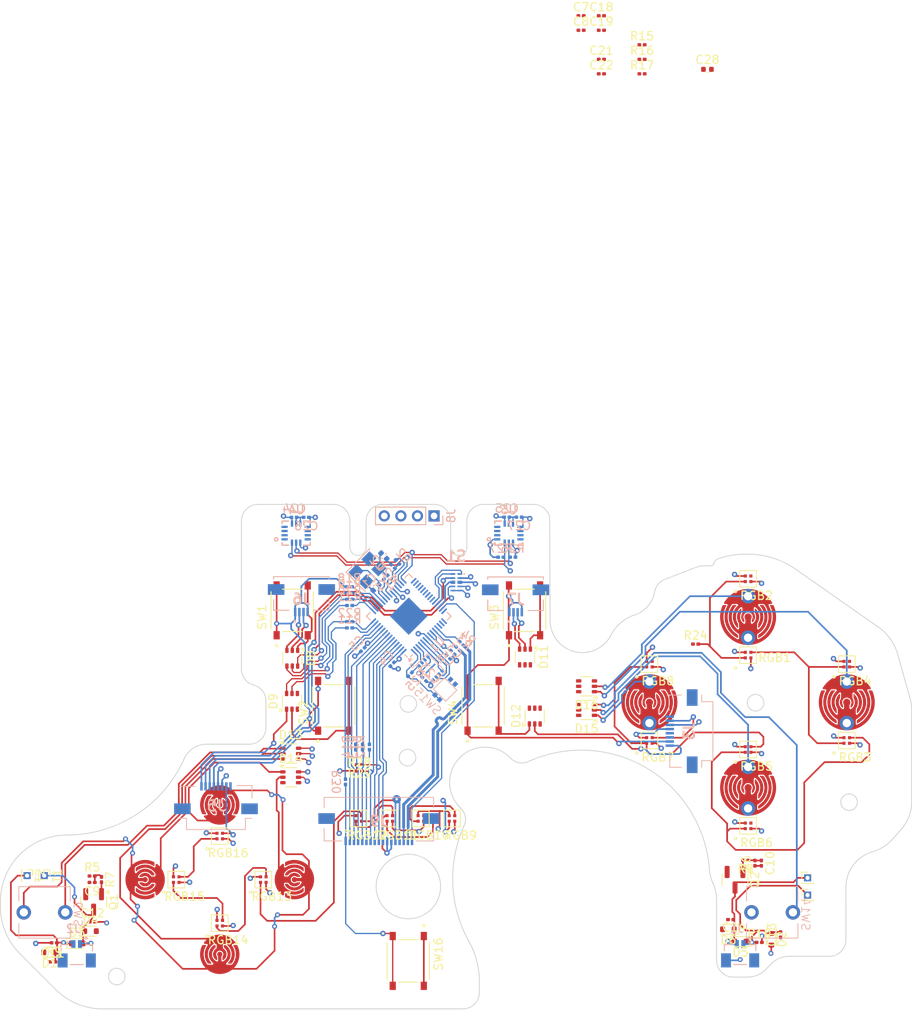
<source format=kicad_pcb>
(kicad_pcb (version 20240108) (generator "pcbnew") (generator_version "8.0")
  (title_block (title "ProGCC Super Main PCB") (date "2025-05-12") (company "Hand Held Legend, LLC"))
  (layers (0 "F.Cu" signal) (1 "In1.Cu" signal) (2 "In2.Cu" signal) (31 "B.Cu" signal) (34 "B.Paste" user) (35 "F.Paste" user) (36 "B.SilkS" user "B.Silkscreen") (37 "F.SilkS" user "F.Silkscreen") (38 "B.Mask" user) (39 "F.Mask" user) (44 "Edge.Cuts" user))
  (net 0 "")
  (net 1 "XTAL_IN")
  (net 2 "GND")
  (net 3 "Net-(C2-Pad1)")
  (net 4 "+1V1")
  (net 5 "+3V3")
  (net 6 "LRA_L")
  (net 7 "LRA_R")
  (net 8 "LRA_L+")
  (net 9 "LRA_L-")
  (net 10 "LRA_R+")
  (net 11 "LRA_R-")
  (net 12 "VBUS_SYS")
  (net 13 "C")
  (net 14 "B")
  (net 15 "T_L_OUT")
  (net 16 "A")
  (net 17 "STICK_L_BTN_OUT")
  (net 18 "T_ZL_OUT")
  (net 19 "E")
  (net 20 "D")
  (net 23 "T_R_OUT")
  (net 24 "Net-(D11A-A)")
  (net 25 "T_ZR_OUT")
  (net 28 "STICK_R_BTN_OUT")
  (net 29 "Net-(D13A-A)")
  (net 30 "Net-(D13B-A)")
  (net 31 "Net-(D13C-A)")
  (net 34 "Net-(D14A-A)")
  (net 35 "Net-(D14B-A)")
  (net 36 "Net-(D15B-A)")
  (net 37 "Net-(D15A-A)")
  (net 38 "Net-(D15C-A)")
  (net 40 "Net-(D16A-A)")
  (net 42 "Net-(D16B-A)")
  (net 43 "STICK_R_RGB_OUT")
  (net 44 "STICK_R_RGB_IN")
  (net 45 "STICK_R_X_OUT")
  (net 46 "G")
  (net 47 "STICK_R_Y_OUT")
  (net 48 "BAT_LVL")
  (net 49 "N_CLOCK_3.3")
  (net 50 "D-")
  (net 51 "I2C1_SDA")
  (net 52 "D+")
  (net 53 "I2C1_SCL")
  (net 54 "WL_ON")
  (net 55 "WL_CS")
  (net 56 "N_DATA_3.3")
  (net 57 "WL_D")
  (net 58 "WL_CLK")
  (net 59 "N_LATCH_3.3")
  (net 60 "STICK_L_Y_OUT")
  (net 61 "STICK_L_X_OUT")
  (net 62 "F")
  (net 63 "STICK_L_RGB_OUT")
  (net 64 "STICK_L_RGB_IN")
  (net 65 "SWCLK")
  (net 66 "SWD")
  (net 67 "Net-(Q1-B)")
  (net 68 "Net-(Q2-B)")
  (net 69 "XTAL_OUT")
  (net 70 "RP_RUN")
  (net 71 "DI+")
  (net 72 "DI-")
  (net 73 "Net-(U1-GPIO4)")
  (net 74 "Net-(U1-GPIO5)")
  (net 75 "Net-(U1-GPIO10)")
  (net 76 "I")
  (net 77 "Net-(U1-GPIO11)")
  (net 78 "H")
  (net 79 "Net-(U1-GPIO12)")
  (net 80 "Net-(U1-GPIO14)")
  (net 81 "Net-(U1-GPIO15)")
  (net 82 "RGB_OUT")
  (net 83 "USB_BOOT")
  (net 84 "Net-(U3-{slash}CS)")
  (net 85 "Net-(RGB1-DOUT)")
  (net 87 "Net-(RGB3-DOUT)")
  (net 89 "Net-(RGB5-DOUT)")
  (net 92 "SCLK")
  (net 93 "SIO2")
  (net 94 "ADC_MUX_OUT")
  (net 95 "I2C0_SCL")
  (net 96 "SIO0")
  (net 97 "BTN_PWR")
  (net 98 "ADC_ADDR_1")
  (net 99 "SIO1")
  (net 100 "I2C0_SDA")
  (net 101 "ADC_ADDR_0")
  (net 102 "SIO3")
  (net 103 "Net-(RGB10-DIN)")
  (net 104 "Net-(RGB10-DOUT)")
  (net 105 "Net-(RGB11-DOUT)")
  (net 106 "RGB_DPAD_IN")
  (net 107 "Net-(RGB13-DOUT)")
  (net 108 "Net-(RGB14-DOUT)")
  (net 109 "Net-(RGB15-DOUT)")
  (net 110 "Net-(U1-GPIO6)")
  (net 119 "Net-(U1-GPIO9)")
  (net 121 "Net-(U1-GPIO25)")
  (net 125 "Net-(D8A-A)")
  (net 126 "Net-(D9B-A)")
  (net 127 "Net-(D12A-A)")
  (net 129 "Net-(U1-GPIO13)")
  (footprint "hhl:SK6805-EC-10" (layer "F.Cu") (at 111.752734 31.529086)
    (property "Reference" "RGB1")
    (property "Value" "SK6805-EC-10" (hide yes))
  )
  (footprint "hhl:SK6805-EC-10" (layer "F.Cu") (at 68.543091 51.211695)
    (property "Reference" "RGB11")
    (property "Value" "SK6805-EC-10" (hide yes))
  )
  (footprint "Package_TO_SOT_SMD:SOT-363_SC-70-6" (layer "F.Cu") (at 92.275 38.137497 180)
    (property "Reference" "D15")
    (property "Value" "BAS16VY,115")
  )
  (footprint "hhl:SK6805-EC-10" (layer "F.Cu") (at 111.752734 52.104086)
    (property "Reference" "RGB6")
    (property "Value" "SK6805-EC-10" (hide yes))
  )
  (footprint "Capacitor_SMD:C_0201_0603Metric" (layer "F.Cu") (at 91.6105 -43.775)
    (property "Reference" "C8")
    (property "Value" "100nF")
  )
  (footprint "Diode_SMD:D_SOD-523" (layer "F.Cu") (at 32.45 64.8)
    (property "Reference" "D4")
    (property "Value" "M7C")
  )
  (footprint "hhl:SK6805-EC-10" (layer "F.Cu") (at 111.752735 42.904087)
    (property "Reference" "RGB5")
    (property "Value" "SK6805-EC-10" (hide yes))
  )
  (footprint "Connector_PinHeader_1.00mm:PinHeader_1x01_P1.00mm_Vertical" (layer "F.Cu") (at 24.799999 58.1 -90)
    (property "Reference" "T2")
    (property "Value" "~")
  )
  (footprint "Capacitor_SMD:C_0201_0603Metric" (layer "F.Cu") (at 94.0605 -38.525)
    (property "Reference" "C22")
    (property "Value" "100nF")
  )
  (footprint "hhl:SK6805-EC-10" (layer "F.Cu") (at 42.788832 58.584448)
    (property "Reference" "RGB15")
    (property "Value" "SK6805-EC-10" (hide yes))
  )
  (footprint "Diode_SMD:D_SOD-523" (layer "F.Cu") (at 27.525 67.35 180)
    (property "Reference" "D1")
    (property "Value" "M7C")
  )
  (footprint "hhl:pgs_abxy" (layer "F.Cu") (at 111.752734 47.504086)
    (property "Reference" "SW13" (hide yes))
    (property "Value" "SW_Push" (hide yes))
  )
  (footprint "Diode_SMD:D_SOD-523" (layer "F.Cu") (at 114.55 65.775 -90)
    (property "Reference" "D2")
    (property "Value" "M7C")
  )
  (footprint "Capacitor_SMD:C_0201_0603Metric" (layer "F.Cu") (at 109.65 63.4 180)
    (property "Reference" "C14")
    (property "Value" "1uF")
  )
  (footprint "Resistor_SMD:R_0201_0603Metric" (layer "F.Cu") (at 98.9605 -38.525)
    (property "Reference" "R17")
    (property "Value" "100R")
  )
  (footprint "Diode_SMD:D_SOD-523" (layer "F.Cu") (at 110.825 66.05 180)
    (property "Reference" "D5")
    (property "Value" "M7C")
  )
  (footprint "Capacitor_SMD:C_0201_0603Metric" (layer "F.Cu") (at 32.65 58.925 180)
    (property "Reference" "C9")
    (property "Value" "100nF")
  )
  (footprint "Resistor_SMD:R_0201_0603Metric" (layer "F.Cu") (at 98.9605 -40.275)
    (property "Reference" "R16")
    (property "Value" "100R")
  )
  (footprint "hhl:SK6805-EC-10" (layer "F.Cu") (at 99.852735 32.616586)
    (property "Reference" "RGB8")
    (property "Value" "SK6805-EC-10" (hide yes))
  )
  (footprint "hhl:SK6805-EC-10" (layer "F.Cu") (at 53.28883 58.584448)
    (property "Reference" "RGB13")
    (property "Value" "SK6805-EC-10" (hide yes))
  )
  (footprint "Connector_PinHeader_1.00mm:PinHeader_1x01_P1.00mm_Vertical" (layer "F.Cu") (at 118.925 58.375)
    (property "Reference" "T3" (hide yes))
    (property "Value" "~")
  )
  (footprint "Package_TO_SOT_SMD:SOT-363_SC-70-6" (layer "F.Cu") (at 56.75 37.100001 90)
    (property "Reference" "D9")
    (property "Value" "BAS16VY,115")
  )
  (footprint "Diode_SMD:D_SOD-523" (layer "F.Cu") (at 109.375 64.575 180)
    (property "Reference" "D6")
    (property "Value" "M7C")
  )
  (footprint "Resistor_SMD:R_0201_0603Metric" (layer "F.Cu") (at 28.075 66.2 180)
    (property "Reference" "R9")
    (property "Value" "10R")
  )
  (footprint "hhl:TS-1187A-C-E-B" (layer "F.Cu") (at 61.772471 37.632897 90)
    (property "Reference" "SW2")
    (property "Value" "TS-1187A-C-A-B ")
  )
  (footprint "Capacitor_SMD:C_0201_0603Metric" (layer "F.Cu") (at 94.0605 -40.275)
    (property "Reference" "C21")
    (property "Value" "100nF")
  )
  (footprint "hhl:SK6805-EC-10" (layer "F.Cu") (at 48.03883 63.834448)
    (property "Reference" "RGB14")
    (property "Value" "SK6805-EC-10" (hide yes))
  )
  (footprint "Resistor_SMD:R_0201_0603Metric" (layer "F.Cu") (at 64.875 44.744864 180)
    (property "Reference" "R29")
    (property "Value" "1k")
  )
  (footprint "hhl:pgs_abxy" (layer "F.Cu") (at 111.752734 26.929086)
    (property "Reference" "SW10" (hide yes))
    (property "Value" "SW_Push" (hide yes))
  )
  (footprint "Resistor_SMD:R_0201_0603Metric" (layer "F.Cu") (at 105.425 30.2)
    (property "Reference" "R24")
    (property "Value" "100R")
  )
  (footprint "Package_TO_SOT_SMD:SOT-363_SC-70-6" (layer "F.Cu") (at 56.6 43.4)
    (property "Reference" "D13")
    (property "Value" "BAS16VY,115")
  )
  (footprint "Capacitor_SMD:C_0201_0603Metric" (layer "F.Cu") (at 91.6105 -45.525)
    (property "Reference" "C7")
    (property "Value" "100nF")
  )
  (footprint "hhl:TS-1187A-C-E-B" (layer "F.Cu") (at 79.795603 37.632897 90)
    (property "Reference" "SW4")
    (property "Value" "TS-1187A-C-A-B ")
  )
  (footprint "Package_TO_SOT_SMD:SOT-363_SC-70-6" (layer "F.Cu") (at 86.025 38.875001 90)
    (property "Reference" "D12")
    (property "Value" "BAS16VY,115")
  )
  (footprint "Resistor_SMD:R_0201_0603Metric" (layer "F.Cu") (at 32.65 58.15)
    (property "Reference" "R5")
    (property "Value" "10k")
  )
  (footprint "hhl:SK6805-EC-10" (layer "F.Cu") (at 76.043093 51.211695)
    (property "Reference" "RGB9")
    (property "Value" "SK6805-EC-10" (hide yes))
  )
  (footprint "hhl:pgs_dpad" (layer "F.Cu") (at 39.038831 58.584449 90)
    (property "Reference" "SW6" (hide yes))
    (property "Value" "SW_Push" (hide yes))
  )
  (footprint "Capacitor_SMD:C_0201_0603Metric" (layer "F.Cu") (at 113.35 56.6 -90)
    (property "Reference" "C10")
    (property "Value" "100nF")
  )
  (footprint "hhl:SK6805-EC-10" (layer "F.Cu") (at 99.852735 41.816587)
    (property "Reference" "RGB7")
    (property "Value" "SK6805-EC-10" (hide yes))
  )
  (footprint "Capacitor_SMD:C_0201_0603Metric" (layer "F.Cu") (at 27.9 68.5)
    (property "Reference" "C11")
    (property "Value" "1uF")
  )
  (footprint "hhl:SK6805-EC-10" (layer "F.Cu") (at 111.752735 22.329087)
    (property "Reference" "RGB2")
    (property "Value" "SK6805-EC-10" (hide yes))
  )
  (footprint "hhl:pgs_abxy" (layer "F.Cu") (at 99.852734 37.216586)
    (property "Reference" "SW12" (hide yes))
    (property "Value" "SW_Push" (hide yes))
  )
  (footprint "Capacitor_SMD:C_0201_0603Metric" (layer "F.Cu") (at 115.675 65.225 90)
    (property "Reference" "C13")
    (property "Value" "1uF")
  )
  (footprint "Connector_PinHeader_1.00mm:PinHeader_1x01_P1.00mm_Vertical" (layer "F.Cu") (at 118.925 60.45)
    (property "Reference" "T4" (hide yes))
    (property "Value" "~")
  )
  (footprint "Capacitor_SMD:C_0201_0603Metric" (layer "F.Cu") (at 94.0605 -43.775)
    (property "Reference" "C19")
    (property "Value" "100nF")
  )
  (footprint "Capacitor_SMD:C_0402_1005Metric" (layer "F.Cu") (at 106.849 -39.065)
    (property "Reference" "C28")
    (property "Value" "100nF")
  )
  (footprint "hhl:SK6805-EC-10" (layer "F.Cu") (at 123.652735 41.816586)
    (property "Reference" "RGB3")
    (property "Value" "SK6805-EC-10" (hide yes))
  )
  (footprint "Resistor_SMD:R_0201_0603Metric" (layer "F.Cu") (at 111.45 56.25 180)
    (property "Reference" "R8")
    (property "Value" "100R")
  )
  (footprint "Resistor_SMD:R_0201_0603Metric" (layer "F.Cu") (at 33.775 58.575 -90)
    (property "Reference" "R7")
    (property "Value" "100R")
  )
  (footprint "Package_TO_SOT_SMD:SOT-363_SC-70-6" (layer "F.Cu") (at 92.275 35.2875 180)
    (property "Reference" "D16")
    (property "Value" "BAS16VY,115")
  )
  (footprint "hhl:pgs_dpad" (layer "F.Cu") (at 48.03883 67.584449 180)
    (property "Reference" "SW8" (hide yes))
    (property "Value" "SW_Push" (hide yes))
  )
  (footprint "Resistor_SMD:R_0201_0603Metric" (layer "F.Cu") (at 98.9605 -42.025)
    (property "Reference" "R15")
    (property "Value" "100R")
  )
  (footprint "Capacitor_SMD:C_0201_0603Metric" (layer "F.Cu") (at 32.68 63.675)
    (property "Reference" "C12")
    (property "Value" "1uF")
  )
  (footprint "Resistor_SMD:R_0201_0603Metric" (layer "F.Cu") (at 113.1 66.15)
    (property "Reference" "R10")
    (property "Value" "10R")
  )
  (footprint "Diode_SMD:D_SOD-523" (layer "F.Cu") (at 30.85 66.275)
    (property "Reference" "D3")
    (property "Value" "M7C")
  )
  (footprint "hhl:SK6805-EC-10" (layer "F.Cu") (at 64.793092 51.211695)
    (property "Reference" "RGB12")
    (property "Value" "SK6805-EC-10" (hide yes))
  )
  (footprint "Resistor_SMD:R_0201_0603Metric" (layer "F.Cu") (at 64.875 45.5)
    (property "Reference" "R28")
    (property "Value" "1k")
  )
  (footprint "Package_TO_SOT_SMD:SOT-23" (layer "F.Cu") (at 32.825 61.275 -90)
    (property "Reference" "Q1")
    (property "Value" "MMBT2222A")
  )
  (footprint "hhl:TS-1187A-C-E-B" (layer "F.Cu") (at 56.772472 26.132898 90)
    (property "Reference" "SW1")
    (property "Value" "TS-1187A-C-A-B ")
  )
  (footprint "Connector_PinHeader_1.00mm:PinHeader_1x01_P1.00mm_Vertical" (layer "F.Cu") (at 26.875 58.1 -90)
    (property "Reference" "T1")
    (property "Value" "~")
  )
  (footprint "Resistor_SMD:R_0201_0603Metric" (layer "F.Cu") (at 112.575 56.6 90)
    (property "Reference" "R6")
    (property "Value" "10k")
  )
  (footprint "Capacitor_SMD:C_0201_0603Metric" (layer "F.Cu") (at 94.0605 -45.525)
    (property "Reference" "C18")
    (property "Value" "100nF")
  )
  (footprint "hhl:pgs_abxy" (layer "F.Cu") (at 123.652735 37.216585)
    (property "Reference" "SW11" (hide yes))
    (property "Value" "SW_Push" (hide yes))
  )
  (footprint "Package_TO_SOT_SMD:SOT-363_SC-70-6" (layer "F.Cu") (at 84.85 31.75 -90)
    (property "Reference" "D11")
    (property "Value" "BAS16VY,115")
  )
  (footprint "hhl:SK6805-EC-10" (layer "F.Cu") (at 123.652735 32.616587)
    (property "Reference" "RGB4")
    (property "Value" "SK6805-EC-10" (hide yes))
  )
  (footprint "hhl:SK6805-EC-10" (layer "F.Cu") (at 48.03883 53.334448)
    (property "Reference" "RGB16")
    (property "Value" "SK6805-EC-10" (hide yes))
  )
  (footprint "hhl:pgs_dpad" (layer "F.Cu") (at 57.03883 58.584449 -90)
    (property "Reference" "SW7" (hide yes))
    (property "Value" "SW_Push" (hide yes))
  )
  (footprint "hhl:SK6805-EC-10" (layer "F.Cu") (at 72.293091 51.211695)
    (property "Reference" "RGB10")
    (property "Value" "SK6805-EC-10" (hide yes))
  )
  (footprint "Package_TO_SOT_SMD:SOT-23" (layer "F.Cu") (at 110.175 58.6 -90)
    (property "Reference" "Q2")
    (property "Value" "MMBT2222A")
  )
  (footprint "hhl:TS-1187A-C-E-B" (layer "F.Cu") (at 70.772472 68.382898 -90)
    (property "Reference" "SW16")
    (property "Value" "TS-1187A-C-A-B ")
  )
  (footprint "Package_TO_SOT_SMD:SOT-363_SC-70-6" (layer "F.Cu") (at 56.787499 31.9 -90)
    (property "Reference" "D8")
    (property "Value" "BAS16VY,115")
  )
  (footprint "hhl:pgs_dpad" (layer "F.Cu") (at 48.03883 49.584449)
    (property "Reference" "SW5" (hide yes))
    (property "Value" "SW_Push" (hide yes))
  )
  (footprint "Package_TO_SOT_SMD:SOT-363_SC-70-6" (layer "F.Cu") (at 56.6 46.25)
    (property "Reference" "D14")
    (property "Value" "BAS16VY,115")
  )
  (footprint "hhl:TS-1187A-C-E-B" (layer "F.Cu") (at 84.795604 26.132897 90)
    (property "Reference" "SW3")
    (property "Value" "TS-1187A-C-A-B ")
  )
  (footprint "Resistor_SMD:R_0201_0603Metric" (layer "B.Cu") (at 63.695 27.5 180)
    (property "Reference" "R22")
    (property "Value" "100R")
  )
  (footprint "hhl:5051100892" (layer "B.Cu") (at 47.58 49.9 180)
    (property "Reference" "J5")
    (property "Value" "Molex 505110-0892" (hide yes))
  )
  (footprint "hhl:EVQP0" (layer "B.Cu") (at 26.906262 62.529128 90)
    (property "Reference" "SW9")
    (property "Value" "EVQ-P0E07K")
  )
  (footprint "Capacitor_SMD:C_0402_1005Metric" (layer "B.Cu") (at 66.875 23.4 -135)
    (property "Reference" "C1")
    (property "Value" "15pF")
  )
  (footprint "Package_DFN_QFN:QFN-56-1EP_7x7mm_P0.4mm_EP3.2x3.2mm" (layer "B.Cu") (at 70.824955 26.838686 45)
    (property "Reference" "U1")
    (property "Value" "RP2040")
  )
  (footprint "Resistor_SMD:R_0201_0603Metric" (layer "B.Cu") (at 83.375 19.725 180)
    (property "Reference" "R26")
    (property "Value" "1k")
  )
  (footprint "Capacitor_SMD:C_0201_0603Metric" (layer "B.Cu") (at 68.932871 20.840681 -45)
    (property "Reference" "C20")
    (property "Value" "100nF")
  )
  (footprint "Resistor_SMD:R_0201_0603Metric" (layer "B.Cu") (at 63.675 23.3 180)
    (property "Reference" "R18")
    (property "Value" "100R")
  )
  (footprint "Resistor_SMD:R_0201_0603Metric" (layer "B.Cu") (at 76.759788 30.758884 135)
    (property "Reference" "R3")
    (property "Value" "27R")
  )
  (footprint "Resistor_SMD:R_0201_0603Metric" (layer "B.Cu") (at 70.97491 33.85 45)
    (property "Reference" "R25")
    (property "Value" "1k")
  )
  (footprint "Capacitor_SMD:C_0201_0603Metric" (layer "B.Cu") (at 58.475 14.925)
    (property "Reference" "C26")
    (property "Value" "100nF")
  )
  (footprint "Resistor_SMD:R_0201_0603Metric" (layer "B.Cu") (at 63.7 25.55 180)
    (property "Reference" "R21")
    (property "Value" "100R")
  )
  (footprint "Capacitor_SMD:C_0201_0603Metric" (layer "B.Cu") (at 72.694024 34.43088 135)
    (property "Reference" "C23")
    (property "Value" "100nF")
  )
  (footprint "hhl:JST_SM02B-SURS-TF_LF__SN_" (layer "B.Cu") (at 110.79 66.365 180)
    (property "Reference" "J1")
    (property "Value" "SM02B-SURS-TF_LF__SN_" (hide yes))
  )
  (footprint "Resistor_SMD:R_0201_0603Metric" (layer "B.Cu") (at 63.695 28.25 180)
    (property "Reference" "R11")
    (property "Value" "100R")
  )
  (footprint "hhl:LGA14" (layer "B.Cu") (at 57.25 16.825 180)
    (property "Reference" "U4")
    (property "Value" "ST_LSM6" (hide yes))
  )
  (footprint "Capacitor_SMD:C_0201_0603Metric" (layer "B.Cu") (at 57 14.925 180)
    (property "Reference" "C24")
    (property "Value" "100nF")
  )
  (footprint "hhl:LGA14" (layer "B.Cu") (at 82.9 16.825 180)
    (property "Reference" "U5")
    (property "Value" "ST_LSM6" (hide yes))
  )
  (footprint "Resistor_SMD:R_0201_0603Metric" (layer "B.Cu") (at 66.084377 42.601273 -90)
    (property "Reference" "R12")
    (property "Value" "100R")
  )
  (footprint "hhl:EVQP0" (layer "B.Cu") (at 114.661814 62.529128 90)
    (property "Reference" "SW14")
    (property "Value" "EVQ-P0E07K")
  )
  (footprint "hhl:5051100492" (layer "B.Cu") (at 83.70992 24.132331)
    (property "Reference" "J7")
    (property "Value" "Molex 505110-0492" (hide yes))
  )
  (footprint "hhl:TMUX1204DQAR" (layer "B.Cu") (at 76.570734 22.749256 180)
    (property "Reference" "S1")
    (property "Value" "TMUX1204DQAR" (hide yes))
  )
  (footprint "Resistor_SMD:R_0201_0603Metric" (layer "B.Cu") (at 65.255557 42.605557 -90)
    (property "Reference" "R13")
    (property "Value" "100R")
  )
  (footprint "hhl:1TS026A-1000-0550" (layer "B.Cu") (at 75.210534 35.678713 135)
    (property "Reference" "SW15")
    (property "Value" "1TS026A-1000-0550" (hide yes))
  )
  (footprint "Resistor_SMD:R_0201_0603Metric" (layer "B.Cu") (at 68.05 22.15 45)
    (property "Reference" "R1")
    (property "Value" "1k")
  )
  (footprint "hhl:5051100492" (layer "B.Cu") (at 57.88679 24.098948)
    (property "Reference" "J6")
    (property "Value" "Molex 505110-0492" (hide yes))
  )
  (footprint "Capacitor_SMD:C_0201_0603Metric" (layer "B.Cu") (at 75.594275 31.750102 135)
    (property "Reference" "C3")
    (property "Value" "1uF")
  )
  (footprint "Resistor_SMD:R_0201_0603Metric" (layer "B.Cu") (at 64.425 42.606236 -90)
    (property "Reference" "R14")
    (property "Value" "100R")
  )
  (footprint "Capacitor_SMD:C_0201_0603Metric" (layer "B.Cu") (at 65.288993 30.849999 -135)
    (property "Reference" "C5")
    (property "Value" "100nF")
  )
  (footprint "Resistor_SMD:R_0201_0603Metric" (layer "B.Cu") (at 63.7 24.05 180)
    (property "Reference" "R19")
    (property "Value" "100R")
  )
  (footprint "hhl:USON-8-EP(2x3)" (layer "B.Cu") (at 73.463784 33.139431 -45)
    (property "Reference" "U3")
    (property "Value" "GD25Q80EEIGR")
  )
  (footprint "Resistor_SMD:R_0201_0603Metric" (layer "B.Cu") (at 81.925 19.725 180)
    (property "Reference" "R27")
    (property "Value" "1k")
  )
  (footprint "Capacitor_SMD:C_0201_0603Metric" (layer "B.Cu") (at 82.65 14.9 180)
    (property "Reference" "C25")
    (property "Value" "100nF")
  )
  (footprint "Resistor_SMD:R_0201_0603Metric" (layer "B.Cu") (at 63.7 24.8 180)
    (property "Reference" "R20")
    (property "Value" "100R")
  )
  (footprint "Capacitor_SMD:C_0201_0603Metric" (layer "B.Cu") (at 76.129983 31.210003 -45)
    (property "Reference" "C6")
    (property "Value" "1uF")
  )
  (footprint "Capacitor_SMD:C_0402_1005Metric" (layer "B.Cu") (at 67.830859 19.577303 -45)
    (property "Reference" "C2")
    (property "Value" "15pF")
  )
  (footprint "Connector_PinHeader_2.00mm:PinHeader_1x04_P2.00mm_Vertical" (layer "B.Cu") (at 73.88 14.75 90)
    (property "Reference" "J8")
    (property "Value" "Conn_01x04_Pin")
  )
  (footprint "Resistor_SMD:R_0201_0603Metric" (layer "B.Cu") (at 63.2 46.8 -90)
    (property "Reference" "R30")
    (property "Value" "100R")
  )
  (footprint "Resistor_SMD:R_0201_0603Metric" (layer "B.Cu") (at 77.200144 30.132435 135)
    (property "Reference" "R4")
    (property "Value" "27R")
  )
  (footprint "hhl:5051101792" (layer "B.Cu") (at 67.225 51.55)
    (property "Reference" "J9")
    (property "Value" "Molex 505110-1792" (hide yes))
  )
  (footprint "Capacitor_SMD:C_0201_0603Metric" (layer "B.Cu") (at 84.125 14.9)
    (property "Reference" "C27")
    (property "Value" "100nF")
  )
  (footprint "Crystal:Crystal_SMD_3225-4Pin_3.2x2.5mm" (layer "B.Cu") (at 65.85 21.3 45)
    (property "Reference" "Y1")
    (property "Value" "ABM8-272-T3")
  )
  (footprint "hhl:JST_SM02B-SURS-TF_LF__SN_" (layer "B.Cu") (at 30.79 66.375 180)
    (property "Reference" "J2")
    (property "Value" "SM02B-SURS-TF_LF__SN_" (hide yes))
  )
  (footprint "Capacitor_SMD:C_0201_0603Metric" (layer "B.Cu") (at 68.832871 32.625294 -135)
    (property "Reference" "C4")
    (property "Value" "100nF")
  )
  (footprint "Resistor_SMD:R_0201_0603Metric" (layer "B.Cu") (at 69.468134 20.305418 135)
    (property "Reference" "R2")
    (property "Value" "10k")
  )
  (footprint "hhl:5051100892" (layer "B.Cu") (at 104.86 40.690001 -90)
    (property "Reference" "J3")
    (property "Value" "Molex 505110-0892" (hide yes))
  )
  (gr_line (start 76.861621 49.736184) (end 76.875835 49.752115) (stroke (width 0.1)) (layer "Edge.Cuts"))
  (gr_arc (start 33.9038 74.165932) (mid 30.84225 73.556956) (end 28.24681 71.822742) (stroke (width 0.1)) (layer "Edge.Cuts"))
  (gr_line (start 52.65379 13.361341) (end 61.7324 13.361342) (stroke (width 0.1)) (layer "Edge.Cuts"))
  (gr_line (start 83.859002 44.428205) (end 83.825406 44.415636) (stroke (width 0.1)) (layer "Edge.Cuts"))
  (gr_arc (start 77.835636 18.5465) (mid 76.860638 19.521544) (end 75.885638 18.534569) (stroke (width 0.1)) (layer "Edge.Cuts"))
  (gr_arc (start 21.59 61.214) (mid 23.933145 55.557143) (end 29.589999 53.213997) (stroke (width 0.1)) (layer "Edge.Cuts"))
  (gr_line (start 53.60857 40.26205) (end 53.60857 37.080311) (stroke (width 0.1)) (layer "Edge.Cuts"))
  (gr_arc (start 95.21203 29.128333) (mid 90.842277 31.115542) (end 87.876864 27.340618) (stroke (width 0.1)) (layer "Edge.Cuts"))
  (gr_arc (start 114.576013 68.708321) (mid 115.549321 68.057964) (end 116.708623 67.829603) (stroke (width 0.1)) (layer "Edge.Cuts"))
  (gr_curve (pts (xy 83.825406 44.415636) (xy 83.692028 44.366449) (xy 83.564763 44.302053) (xy 83.476475 44.238836)) (stroke (width 0.1)) (layer "Edge.Cuts"))
  (gr_line (start 76.662326 49.500543) (end 76.674073 49.514375) (stroke (width 0.1)) (layer "Edge.Cuts"))
  (gr_arc (start 65.682438 18.5465) (mid 64.707438 19.521546) (end 63.732438 18.534327) (stroke (width 0.1)) (layer "Edge.Cuts"))
  (gr_arc (start 73.8856 13.361342) (mid 75.29985 13.947128) (end 75.885637 15.36134) (stroke (width 0.1)) (layer "Edge.Cuts"))
  (gr_arc (start 52.131182 35.131549) (mid 51.073638 34.427065) (end 50.653941 33.227669) (stroke (width 0.1)) (layer "Edge.Cuts"))
  (gr_curve (pts (xy 76.160398 45.073649) (xy 76.359768 44.639805) (xy 76.65112 44.22084) (xy 77.008578 43.863382)) (stroke (width 0.1)) (layer "Edge.Cuts"))
  (gr_curve (pts (xy 107.376578 20.752625) (xy 107.453146 20.72239) (xy 107.492679 20.695654) (xy 107.503023 20.682768)) (stroke (width 0.1)) (layer "Edge.Cuts"))
  (gr_line (start 121.54003 67.829602) (end 116.708623 67.829603) (stroke (width 0.1)) (layer "Edge.Cuts"))
  (gr_line (start 129.783511 31.396621) (end 131.255044 36.617952) (stroke (width 0.1)) (layer "Edge.Cuts"))
  (gr_line (start 123.550126 59.482299) (end 123.550832 65.8296) (stroke (width 0.1)) (layer "Edge.Cuts"))
  (gr_arc (start 100.45 24.09) (mid 100.844188 23.060041) (end 101.722775 22.393495) (stroke (width 0.1)) (layer "Edge.Cuts"))
  (gr_line (start 131.479953 38.2453) (end 131.479956 49.2045) (stroke (width 0.1)) (layer "Edge.Cuts"))
  (gr_line (start 29.589999 53.213997) (end 29.696178 53.208346) (stroke (width 0.1)) (layer "Edge.Cuts"))
  (gr_line (start 111.71209 70.329604) (end 109.9548 70.329604) (stroke (width 0.1)) (layer "Edge.Cuts"))
  (gr_arc (start 50.653791 15.36134) (mid 51.239576 13.947129) (end 52.65379 13.361341) (stroke (width 0.1)) (layer "Edge.Cuts"))
  (gr_line (start 107.515269 59.021017) (end 107.525193 59.04962) (stroke (width 0.1)) (layer "Edge.Cuts"))
  (gr_line (start 82.659574 43.528876) (end 82.685249 43.549501) (stroke (width 0.1)) (layer "Edge.Cuts"))
  (gr_arc (start 109.9548 70.329604) (mid 108.540519 69.743817) (end 107.954732 68.341162) (stroke (width 0.1)) (layer "Edge.Cuts"))
  (gr_line (start 50.653941 33.227669) (end 50.653791 15.36134) (stroke (width 0.1)) (layer "Edge.Cuts"))
  (gr_circle (center 123.931338 49.253344) (end 122.931339 49.253344) (stroke (width 0.1)) (fill none) (layer "Edge.Cuts"))
  (gr_line (start 77.34659 74.165932) (end 33.9038 74.165932) (stroke (width 0.1)) (layer "Edge.Cuts"))
  (gr_arc (start 131.479956 49.2045) (mid 131.15735 50.971405) (end 130.231164 52.510303) (stroke (width 0.1)) (layer "Edge.Cuts"))
  (gr_curve (pts (xy 76.662326 49.500543) (xy 76.538282 49.34197) (xy 76.41667 49.160136) (xy 76.309884 48.970729)) (stroke (width 0.1)) (layer "Edge.Cuts"))
  (gr_arc (start 78.076728 66.006474) (mid 76.140904 59.112531) (end 77.510408 52.084136) (stroke (width 0.1)) (layer "Edge.Cuts"))
  (gr_arc (start 111.732417 19.365292) (mid 114.724009 19.81702) (end 117.443431 21.143078) (stroke (width 0.1)) (layer "Edge.Cuts"))
  (gr_circle (center 112.65621 37.269694) (end 111.65621 37.269694) (stroke (width 0.1)) (fill none) (layer "Edge.Cuts"))
  (gr_arc (start 123.550126 59.482299) (mid 124.430813 56.837471) (end 126.714013 55.238184) (stroke (width 0.1)) (layer "Edge.Cuts"))
  (gr_curve (pts (xy 85.187409 44.387375) (xy 85.009783 44.464354) (xy 84.773043 44.519991) (xy 84.576377 44.527509)) (stroke (width 0.1)) (layer "Edge.Cuts"))
  (gr_arc (start 131.255044 36.617952) (mid 131.42346 37.423892) (end 131.479953 38.2453) (stroke (width 0.1)) (layer "Edge.Cuts"))
  (gr_curve (pts (xy 76.861621 49.736184) (xy 76.805893 49.675562) (xy 76.738583 49.59628) (xy 76.674073 49.514375)) (stroke (width 0.1)) (layer "Edge.Cuts"))
  (gr_line (start 23.933159 67.509091) (end 28.24681 71.822742) (stroke (width 0.1)) (layer "Edge.Cuts"))
  (gr_arc (start 107.515269 59.021017) (mid 107.231337 58.211974) (end 107.089871 57.366306) (stroke (width 0.1)) (layer "Edge.Cuts"))
  (gr_line (start 107.954732 68.341162) (end 107.954343 61.07625) (stroke (width 0.1)) (layer "Edge.Cuts"))
  (gr_line (start 83.140598 43.966677) (end 83.120674 43.950313) (stroke (width 0.1)) (layer "Edge.Cuts"))
  (gr_curve (pts (xy 77.024289 43.845427) (xy 77.366037 43.505924) (xy 77.785002 43.214571) (xy 78.243533 43.00398)) (stroke (width 0.1)) (layer "Edge.Cuts"))
  (gr_curve (pts (xy 107.619562 20.486769) (xy 107.640289 20.38791) (xy 107.680439 20.294143) (xy 107.717642 20.241748)) (stroke (width 0.1)) (layer "Edge.Cuts"))
  (gr_line (start 80.607164 42.655336) (end 80.636789 42.66227) (stroke (width 0.1)) (layer "Edge.Cuts"))
  (gr_curve (pts (xy 80.636789 42.66227) (xy 81.352983 42.758641) (xy 82.062768 43.058819) (xy 82.659574 43.528876)) (stroke (width 0.1)) (layer "Edge.Cuts"))
  (gr_curve (pts (xy 107.906133 20.034696) (xy 107.969308 19.986916) (xy 108.039538 19.949262) (xy 108.086259 19.932244)) (stroke (width 0.1)) (layer "Edge.Cuts"))
  (gr_line (start 87.822243 14.897109) (end 87.876864 27.340618) (stroke (width 0.1)) (layer "Edge.Cuts"))
  (gr_line (start 76.296933 48.948416) (end 76.309884 48.970729) (stroke (width 0.1)) (layer "Edge.Cuts"))
  (gr_arc (start 61.7324 13.361342) (mid 63.143747 13.944222) (end 63.732439 15.370118) (stroke (width 0.1)) (layer "Edge.Cuts"))
  (gr_arc (start 108.086259 19.932244) (mid 109.705786 19.508462) (end 111.373312 19.360753) (stroke (width 0.1)) (layer "Edge.Cuts"))
  (gr_line (start 21.589986 61.85217) (end 21.59 61.214) (stroke (width 0.1)) (layer "Edge.Cuts"))
  (gr_circle (center 35.619143 70.264161) (end 34.619142 70.26416) (stroke (width 0.1)) (fill none) (layer "Edge.Cuts"))
  (gr_line (start 78.076728 66.006474) (end 78.084303 66.020782) (stroke (width 0.1)) (layer "Edge.Cuts"))
  (gr_curve (pts (xy 77.510956 50.558478) (xy 77.610156 50.778002) (xy 77.66553 51.014803) (xy 77.672805 51.237169)) (stroke (width 0.1)) (layer "Edge.Cuts"))
  (gr_arc (start 52.131182 35.13155) (mid 53.202357 35.853802) (end 53.60857 37.080311) (stroke (width 0.1)) (layer "Edge.Cuts"))
  (gr_line (start 114.576013 68.708321) (end 113.833423 69.450914) (stroke (width 0.1)) (layer "Edge.Cuts"))
  (gr_curve (pts (xy 77.673961 51.255554) (xy 77.678936 51.397625) (xy 77.667519 51.539795) (xy 77.64162 51.657928)) (stroke (width 0.1)) (layer "Edge.Cuts"))
  (gr_line (start 75.885637 15.36134) (end 75.885638 18.534569) (stroke (width 0.1)) (layer "Edge.Cuts"))
  (gr_line (start 46.447475 42.262425) (end 51.608584 42.26206) (stroke (width 0.1)) (layer "Edge.Cuts"))
  (gr_line (start 77.08237 49.963217) (end 77.09551 49.975478) (stroke (width 0.1)) (layer "Edge.Cuts"))
  (gr_circle (center 70.784037 59.41206) (end 66.897105 59.41206) (stroke (width 0.1)) (fill none) (layer "Edge.Cuts"))
  (gr_curve (pts (xy 107.717642 20.241748) (xy 107.784024 20.143531) (xy 107.840903 20.08403) (xy 107.906133 20.034696)) (stroke (width 0.1)) (layer "Edge.Cuts"))
  (gr_line (start 77.516838 52.064922) (end 77.510408 52.084136) (stroke (width 0.1)) (layer "Edge.Cuts"))
  (gr_arc (start 85.229196 44.364907) (mid 99.538911 45.153509) (end 107.085382 57.337129) (stroke (width 0.1)) (layer "Edge.Cuts"))
  (gr_circle (center 70.680804 43.878285) (end 69.680805 43.878285) (stroke (width 0.1)) (fill none) (layer "Edge.Cuts"))
  (gr_arc (start 23.933159 67.509091) (mid 22.19896 64.913684) (end 21.589986 61.85217) (stroke (width 0.1)) (layer "Edge.Cuts"))
  (gr_arc (start 123.550832 65.8296) (mid 122.965044 67.243816) (end 121.54003 67.829602) (stroke (width 0.1)) (layer "Edge.Cuts"))
  (gr_curve (pts (xy 105.452075 20.952153) (xy 105.608416 20.891354) (xy 105.770059 20.845193) (xy 105.93493 20.814263)) (stroke (width 0.1)) (layer "Edge.Cuts"))
  (gr_curve (pts (xy 75.797007 47.438853) (xy 75.689279 46.658784) (xy 75.811011 45.834649) (xy 76.149176 45.098337)) (stroke (width 0.1)) (layer "Edge.Cuts"))
  (gr_line (start 95.230565 29.08887) (end 95.21203 29.128333) (stroke (width 0.1)) (layer "Edge.Cuts"))
  (gr_curve (pts (xy 77.08237 49.963217) (xy 77.019722 49.903883) (xy 76.946438 49.82939) (xy 76.875835 49.752115)) (stroke (width 0.1)) (layer "Edge.Cuts"))
  (gr_line (start 77.024289 43.845427) (end 77.008578 43.863382) (stroke (width 0.1)) (layer "Edge.Cuts"))
  (gr_line (start 43.736373 44.035894) (end 43.757157 44.003254) (stroke (width 0.1)) (layer "Edge.Cuts"))
  (gr_curve (pts (xy 107.503023 20.682768) (xy 107.557615 20.62953) (xy 107.582902 20.591287) (xy 107.593079 20.569988)) (stroke (width 0.1)) (layer "Edge.Cuts"))
  (gr_curve (pts (xy 105.93493 20.814263) (xy 106.0998 20.783334) (xy 106.267184 20.767768) (xy 106.434929 20.767768)) (stroke (width 0.1)) (layer "Edge.Cuts"))
  (gr_arc (start 127.462631 28.153628) (mid 128.900387 29.57666) (end 129.783511 31.396621) (stroke (width 0.1)) (layer "Edge.Cuts"))
  (gr_line (start 97.811197 26.777752) (end 98.070515 26.690945) (stroke (width 0.1)) (layer "Edge.Cuts"))
  (gr_curve (pts (xy 77.09551 49.975478) (xy 77.270627 50.140904) (xy 77.411756 50.338954) (xy 77.503662 50.544451)) (stroke (width 0.1)) (layer "Edge.Cuts"))
  (gr_line (start 76.160398 45.073649) (end 76.149176 45.098337) (stroke (width 0.1)) (layer "Edge.Cuts"))
  (gr_line (start 79.840498 13.361342) (end 85.8769 13.361342) (stroke (width 0.1)) (layer "Edge.Cuts"))
  (gr_line (start 79.346587 70.884141) (end 79.346588 72.165898) (stroke (width 0.1)) (layer "Edge.Cuts"))
  (gr_arc (start 65.682438 15.3613) (mid 66.268224 13.947128) (end 67.6824 13.361338) (stroke (width 0.1)) (layer "Edge.Cuts"))
  (gr_curve (pts (xy 107.273533 20.767768) (xy 107.320216 20.767768) (xy 107.366439 20.758522) (xy 107.376578 20.752625)) (stroke (width 0.1)) (layer "Edge.Cuts"))
  (gr_line (start 83.476475 44.238836) (end 83.446133 44.223724) (stroke (width 0.1)) (layer "Edge.Cuts"))
  (gr_line (start 77.503662 50.544451) (end 77.510956 50.558478) (stroke (width 0.1)) (layer "Edge.Cuts"))
  (gr_line (start 126.781697 55.21922) (end 126.714013 55.238184) (stroke (width 0.1)) (layer "Edge.Cuts"))
  (gr_curve (pts (xy 83.446133 44.223724) (xy 83.327503 44.145395) (xy 83.218296 44.053651) (xy 83.140598 43.966677)) (stroke (width 0.1)) (layer "Edge.Cuts"))
  (gr_arc (start 107.525193 59.04962) (mid 107.845884 60.040464) (end 107.954343 61.07625) (stroke (width 0.1)) (layer "Edge.Cuts"))
  (gr_curve (pts (xy 77.639937 51.67925) (xy 77.612353 51.818706) (xy 77.568788 51.954519) (xy 77.516838 52.064922)) (stroke (width 0.1)) (layer "Edge.Cuts"))
  (gr_curve (pts (xy 107.593079 20.569988) (xy 107.608634 20.529055) (xy 107.619562 20.486769) (xy 107.619562 20.486769)) (stroke (width 0.1)) (layer "Edge.Cuts"))
  (gr_arc (start 100.449999 24.09) (mid 99.597734 25.699215) (end 98.070515 26.690945) (stroke (width 0.1)) (layer "Edge.Cuts"))
  (gr_arc (start 113.833423 69.450914) (mid 112.860142 70.101242) (end 111.71209 70.329604) (stroke (width 0.1)) (layer "Edge.Cuts"))
  (gr_line (start 107.085382 57.337129) (end 107.089871 57.366306) (stroke (width 0.1)) (layer "Edge.Cuts"))
  (gr_line (start 111.373312 19.360754) (end 111.732417 19.365292) (stroke (width 0.1)) (layer "Edge.Cuts"))
  (gr_arc (start 43.757157 44.003254) (mid 44.850404 42.743529) (end 46.447475 42.262425) (stroke (width 0.1)) (layer "Edge.Cuts"))
  (gr_line (start 67.6824 13.361338) (end 73.8856 13.361342) (stroke (width 0.1)) (layer "Edge.Cuts"))
  (gr_arc (start 79.346588 72.165898) (mid 78.760802 73.580146) (end 77.34659 74.165932) (stroke (width 0.1)) (layer "Edge.Cuts"))
  (gr_line (start 84.576377 44.527509) (end 84.532302 44.52869) (stroke (width 0.1)) (layer "Edge.Cuts"))
  (gr_curve (pts (xy 78.272326 42.991185) (xy 78.979847 42.665814) (xy 79.803982 42.544082) (xy 80.607164 42.655336)) (stroke (width 0.1)) (layer "Edge.Cuts"))
  (gr_line (start 78.243533 43.00398) (end 78.272326 42.991185) (stroke (width 0.1)) (layer "Edge.Cuts"))
  (gr_circle (center 70.784037 37.412061) (end 69.784038 37.412062) (stroke (width 0.1)) (fill none) (layer "Edge.Cuts"))
  (gr_line (start 117.443431 21.143078) (end 127.462631 28.153628) (stroke (width 0.1)) (layer "Edge.Cuts"))
  (gr_arc (start 129.17023 53.714267) (mid 128.084375 54.638826) (end 126.781697 55.21922) (stroke (width 0.1)) (layer "Edge.Cuts"))
  (gr_arc (start 43.736373 44.035894) (mid 38.064507 50.685847) (end 29.696178 53.208346) (stroke (width 0.1)) (layer "Edge.Cuts"))
  (gr_line (start 75.797007 47.438853) (end 75.800531 47.461967) (stroke (width 0.1)) (layer "Edge.Cuts"))
  (gr_line (start 129.17023 53.714267) (end 130.231164 52.510303) (stroke (width 0.1)) (layer "Edge.Cuts"))
  (gr_arc (start 95.230565 29.08887) (mid 96.314416 27.702768) (end 97.811197 26.777752) (stroke (width 0.1)) (layer "Edge.Cuts"))
  (gr_curve (pts (xy 76.296933 48.948416) (xy 76.047014 48.504478) (xy 75.873997 47.992334) (xy 75.800531 47.461967)) (stroke (width 0.1)) (layer "Edge.Cuts"))
  (gr_arc (start 77.835636 15.3613) (mid 78.421422 13.947127) (end 79.840498 13.361342) (stroke (width 0.1)) (layer "Edge.Cuts"))
  (gr_curve (pts (xy 84.532302 44.52869) (xy 84.291562 44.537391) (xy 84.051426 44.498984) (xy 83.859002 44.428205)) (stroke (width 0.1)) (layer "Edge.Cuts"))
  (gr_line (start 63.732439 15.370118) (end 63.732438 18.534327) (stroke (width 0.1)) (layer "Edge.Cuts"))
  (gr_line (start 85.229196 44.364907) (end 85.187409 44.387375) (stroke (width 0.1)) (layer "Edge.Cuts"))
  (gr_line (start 106.434929 20.767768) (end 107.273533 20.767768) (stroke (width 0.1)) (layer "Edge.Cuts"))
  (gr_line (start 77.64162 51.657928) (end 77.639937 51.67925) (stroke (width 0.1)) (layer "Edge.Cuts"))
  (gr_line (start 77.835636 18.5465) (end 77.835636 15.3613) (stroke (width 0.1)) (layer "Edge.Cuts"))
  (gr_line (start 101.722775 22.393495) (end 105.452075 20.952153) (stroke (width 0.1)) (layer "Edge.Cuts"))
  (gr_line (start 77.672805 51.237169) (end 77.673961 51.255554) (stroke (width 0.1)) (layer "Edge.Cuts"))
  (gr_arc (start 85.8769 13.361342) (mid 87.291093 13.947128) (end 87.822243 14.897109) (stroke (width 0.1)) (layer "Edge.Cuts"))
  (gr_arc (start 53.60857 40.26205) (mid 53.022783 41.676271) (end 51.608584 42.26206) (stroke (width 0.1)) (layer "Edge.Cuts"))
  (gr_line (start 65.682438 18.5465) (end 65.682438 15.3613) (stroke (width 0.1)) (layer "Edge.Cuts"))
  (gr_curve (pts (xy 82.685249 43.549501) (xy 82.824154 43.658506) (xy 82.978157 43.799448) (xy 83.120674 43.950313)) (stroke (width 0.1)) (layer "Edge.Cuts"))
  (gr_arc (start 78.084303 66.020782) (mid 79.025874 68.37189) (end 79.346587 70.884141) (stroke (width 0.1)) (layer "Edge.Cuts"))
  (segment (start 65.875686 21.333512) (end 67.214411 22.672237) (width 0.15) (layer "B.Cu") (net 1))
  (segment (start 67.214411 22.672237) (end 67.214411 24.076671) (width 0.15) (layer "B.Cu") (net 1))
  (segment (start 64.471142 21.476777) (end 64.614407 21.333512) (width 0.15) (layer "B.Cu") (net 1))
  (segment (start 64.614407 21.333512) (end 65.875686 21.333512) (width 0.15) (layer "B.Cu") (net 1))
  (segment (start 67.214411 24.076671) (end 67.970011 24.832271) (width 0.15) (layer "B.Cu") (net 1))
  (segment (start 42.453832 57.196168) (end 42.7 56.95) (width 0.2) (layer "F.Cu") (net 2))
  (segment (start 99.517735 32.281586) (end 99.517735 31.282265) (width 0.2) (layer "F.Cu") (net 2))
  (segment (start 123.317735 32.281587) (end 122.381587 32.281587) (width 0.2) (layer "F.Cu") (net 2))
  (segment (start 74.55 50.325) (end 75.5 50.325) (width 0.2) (layer "F.Cu") (net 2))
  (segment (start 33 63.675) (end 34.275 63.675) (width 0.2) (layer "F.Cu") (net 2))
  (segment (start 123.317735 41.481586) (end 122.281586 41.481586) (width 0.2) (layer "F.Cu") (net 2))
  (segment (start 98.25 41.075) (end 98.656587 41.481587) (width 0.2) (layer "F.Cu") (net 2))
  (segment (start 64.458092 50.876695) (end 63.073305 50.876695) (width 0.2) (layer "F.Cu") (net 2))
  (segment (start 74.55 52.291989) (end 74.55 50.325) (width 0.2) (layer "F.Cu") (net 2))
  (segment (start 46.474448 52.999448) (end 46.425 52.95) (width 0.2) (layer "F.Cu") (net 2))
  (segment (start 68.199828 55.376661) (end 67.65 54.826833) (width 0.2) (layer "F.Cu") (net 2))
  (segment (start 42.453832 58.249448) (end 42.453832 57.196168) (width 0.2) (layer "F.Cu") (net 2))
  (segment (start 47.70383 52.999448) (end 46.474448 52.999448) (width 0.2) (layer "F.Cu") (net 2))
  (segment (start 111.417734 31.194086) (end 110.244086 31.194086) (width 0.2) (layer "F.Cu") (net 2))
  (segment (start 111.417734 51.769086) (end 110.294086 51.769086) (width 0.2) (layer "F.Cu") (net 2))
  (segment (start 114.55 67.425) (end 114.5 67.475) (width 0.2) (layer "F.Cu") (net 2))
  (segment (start 47.70383 63.499448) (end 47.70383 62.19617) (width 0.2) (layer "F.Cu") (net 2))
  (segment (start 111.417735 42.569087) (end 110.419087 42.569087) (width 0.2) (layer "F.Cu") (net 2))
  (segment (start 75.5 50.325) (end 75.708093 50.533093) (width 0.2) (layer "F.Cu") (net 2))
  (segment (start 34.275 63.675) (end 34.4 63.8) (width 0.2) (layer "F.Cu") (net 2))
  (segment (start 52.95383 58.249448) (end 51.900552 58.249448) (width 0.2) (layer "F.Cu") (net 2))
  (segment (start 67.998305 50.876695) (end 68.208091 50.876695) (width 0.2) (layer "F.Cu") (net 2))
  (segment (start 110.319087 21.994087) (end 110.125 21.8) (width 0.2) (layer "F.Cu") (net 2))
  (segment (start 63.073305 50.876695) (end 62.325 51.625) (width 0.2) (layer "F.Cu") (net 2))
  (segment (start 114.55 66.475) (end 114.55 67.425) (width 0.2) (layer "F.Cu") (net 2))
  (segment (start 62.325 51.625) (end 62.325 52.888191) (width 0.2) (layer "F.Cu") (net 2))
  (segment (start 47.70383 62.19617) (end 47.725 62.175) (width 0.2) (layer "F.Cu") (net 2))
  (segment (start 72.647472 65.382898) (end 72.647472 71.382898) (width 0.2) (layer "F.Cu") (net 2))
  (segment (start 110.419087 42.569087) (end 110.15 42.3) (width 0.2) (layer "F.Cu") (net 2))
  (segment (start 72.1 50.325) (end 74.55 50.325) (width 0.2) (layer "F.Cu") (net 2))
  (segment (start 67.65 54.826833) (end 67.65 51.225) (width 0.2) (layer "F.Cu") (net 2))
  (segment (start 112.575 56.92) (end 113.35 56.92) (width 0.2) (layer "F.Cu") (net 2))
  (segment (start 122.281586 41.481586) (end 122.075 41.275) (width 0.2) (layer "F.Cu") (net 2))
  (segment (start 62.325 52.888191) (end 62.440017 53.003208) (width 0.2) (layer "F.Cu") (net 2))
  (segment (start 67.65 51.225) (end 67.998305 50.876695) (width 0.2) (layer "F.Cu") (net 2))
  (segment (start 122.381587 32.281587) (end 122.05 31.95) (width 0.2) (layer "F.Cu") (net 2))
  (segment (start 99.517735 31.282265) (end 100.225 30.575) (width 0.2) (layer "F.Cu") (net 2))
  (segment (start 75.708093 50.533093) (end 75.708093 50.876695) (width 0.2) (layer "F.Cu") (net 2))
  (segment (start 71.958091 50.876695) (end 71.958091 50.466909) (width 0.2) (layer "F.Cu") (net 2))
  (segment (start 71.958091 50.466909) (end 72.1 50.325) (width 0.2) (layer "F.Cu") (net 2))
  (segment (start 51.900552 58.249448) (end 51.725 58.425) (width 0.2) (layer "F.Cu") (net 2))
  (segment (start 74.386769 52.45522) (end 74.55 52.291989) (width 0.2) (layer "F.Cu") (net 2))
  (segment (start 111.417735 21.994087) (end 110.319087 21.994087) (width 0.2) (layer "F.Cu") (net 2))
  (segment (start 98.656587 41.481587) (end 99.517735 41.481587) (width 0.2) (layer "F.Cu") (net 2))
  (segment (start 110.294086 51.769086) (end 110.15 51.625) (width 0.2) (layer "F.Cu") (net 2))
  (segment (start 110.244086 31.194086) (end 110.125 31.075) (width 0.2) (layer "F.Cu") (net 2))
  (via (at 98.25 41.075) (size 0.65) (drill 0.3) (layers "F.Cu" "B.Cu") (net 2))
  (via (at 48.175 45.225) (size 0.65) (drill 0.3) (layers "F.Cu" "B.Cu") (net 2))
  (via (at 110.125 21.8) (size 0.65) (drill 0.3) (layers "F.Cu" "B.Cu") (net 2))
  (via (at 110.8 68.225) (size 0.6) (drill 0.3) (layers "F.Cu" "B.Cu") (net 2))
  (via (at 68.199828 55.376661) (size 0.65) (drill 0.3) (layers "F.Cu" "B.Cu") (net 2))
  (via (at 64.31713 31.649929) (size 0.65) (drill 0.3) (layers "F.Cu" "B.Cu") (net 2))
  (via (at 100.225 30.575) (size 0.65) (drill 0.3) (layers "F.Cu" "B.Cu") (net 2))
  (via (at 62.440017 53.003208) (size 0.65) (drill 0.3) (layers "F.Cu" "B.Cu") (net 2))
  (via (at 78.867024 22.938525) (size 0.65) (drill 0.3) (layers "F.Cu" "B.Cu") (net 2))
  (via (at 34.4 63.8) (size 0.6) (drill 0.3) (layers "F.Cu" "B.Cu") (net 2))
  (via (at 72.076726 33.719508) (size 0.65) (drill 0.3) (layers "F.Cu" "B.Cu") (net 2))
  (via (at 110.15 42.3) (size 0.65) (drill 0.3) (layers "F.Cu" "B.Cu") (net 2))
  (via (at 46.425 52.95) (size 0.65) (drill 0.3) (layers "F.Cu" "B.Cu") (net 2))
  (via (at 42.7 56.95) (size 0.65) (drill 0.3) (layers "F.Cu" "B.Cu") (net 2))
  (via (at 110.125 31.075) (size 0.65) (drill 0.3) (layers "F.Cu" "B.Cu") (net 2))
  (via (at 122.075 41.275) (size 0.65) (drill 0.3) (layers "F.Cu" "B.Cu") (net 2))
  (via (at 47.725 62.175) (size 0.65) (drill 0.3) (layers "F.Cu" "B.Cu") (net 2))
  (via (at 110.15 51.625) (size 0.65) (drill 0.3) (layers "F.Cu" "B.Cu") (net 2))
  (via (at 69.564922 33.184171) (size 0.65) (drill 0.3) (layers "F.Cu" "B.Cu") (net 2))
  (via (at 74.386769 52.45522) (size 0.65) (drill 0.3) (layers "F.Cu" "B.Cu") (net 2))
  (via (at 76.578955 32.188636) (size 0.65) (drill 0.3) (layers "F.Cu" "B.Cu") (net 2))
  (via (at 114.5 67.475) (size 0.6) (drill 0.3) (layers "F.Cu" "B.Cu") (net 2))
  (via (at 51.725 58.425) (size 0.65) (drill 0.3) (layers "F.Cu" "B.Cu") (net 2))
  (via (at 122.05 31.95) (size 0.65) (drill 0.3) (layers "F.Cu" "B.Cu") (net 2))
  (segment (start 100.4 40.95) (end 98.375 40.95) (width 0.2) (layer "B.Cu") (net 2))
  (segment (start 76.987735 22.749256) (end 78.677755 22.749256) (width 0.2) (layer "B.Cu") (net 2))
  (segment (start 73.145586 31.770676) (end 73.145586 31.760573) (width 0.15) (layer "B.Cu") (net 2))
  (segment (start 72.076726 33.719508) (end 72.076726 33.813582) (width 0.15) (layer "B.Cu") (net 2))
  (segment (start 72.076726 33.813582) (end 72.46775 34.204606) (width 0.15) (layer "B.Cu") (net 2))
  (segment (start 68.225 55.351489) (end 68.225 53.925) (width 0.2) (layer "B.Cu") (net 2))
  (segment (start 68.199828 55.376661) (end 68.225 55.351489) (width 0.2) (layer "B.Cu") (net 2))
  (segment (start 83.4 14.925) (end 83.375 14.9) (width 0.15) (layer "B.Cu") (net 2))
  (segment (start 109.09 68.315) (end 110.71 68.315) (width 0.2) (layer "B.Cu") (net 2))
  (segment (start 64.489063 31.649929) (end 65.062719 31.076273) (width 0.2) (layer "B.Cu") (net 2))
  (segment (start 73.42491 32.371324) (end 73.42491 32.05) (width 0.15) (layer "B.Cu") (net 2))
  (segment (start 57.65 14.925) (end 57.32 14.925) (width 0.15) (layer "B.Cu") (net 2))
  (segment (start 68.199828 55.376661) (end 68.725 54.851489) (width 0.2) (layer "B.Cu") (net 2))
  (segment (start 68.606597 32.851568) (end 68.9392 33.184171) (width 0.2) (layer "B.Cu") (net 2))
  (segment (start 73.42491 32.05) (end 73.145586 31.770676) (width 0.15) (layer "B.Cu") (net 2))
  (segment (start 110.71 68.315) (end 110.8 68.225) (width 0.2) (layer "B.Cu") (net 2))
  (segment (start 83.375 14.9) (end 82.97 14.9) (width 0.15) (layer "B.Cu") (net 2))
  (segment (start 57.25 15.677) (end 57.25 14.995) (width 0.15) (layer "B.Cu") (net 2))
  (segment (start 57.75 15.677) (end 57.75 15.025) (width 0.15) (layer "B.Cu") (net 2))
  (segment (start 82.9 15.676999) (end 82.9 14.97) (width 0.15) (layer "B.Cu") (net 2))
  (segment (start 82.9 14.97) (end 82.97 14.9) (width 0.15) (layer "B.Cu") (net 2))
  (segment (start 76.110963 31.685963) (end 75.820549 31.976376) (width 0.15) (layer "B.Cu") (net 2))
  (segment (start 76.356257 31.436277) (end 76.356257 31.440668) (width 0.15) (layer "B.Cu") (net 2))
  (segment (start 98.375 40.95) (end 98.25 41.075) (width 0.2) (layer "B.Cu") (net 2))
  (segment (start 47.83 47.35) (end 47.83 45.57) (width 0.2) (layer "B.Cu") (net 2))
  (segment (start 100.909999 40.440001) (end 100.4 40.95) (width 0.2) (layer "B.Cu") (net 2))
  (segment (start 83.4 15.677) (end 83.4 14.925) (width 0.15) (layer "B.Cu") (net 2))
  (segment (start 65.673223 22.941218) (end 66.519768 23.787763) (width 0.2) (layer "B.Cu") (net 2))
  (segment (start 57.75 15.025) (end 57.65 14.925) (width 0.15) (layer "B.Cu") (net 2))
  (segment (start 47.83 45.57) (end 48.175 45.225) (width 0.2) (layer "B.Cu") (net 2))
  (segment (start 76.110963 31.685963) (end 76.578955 32.153955) (width 0.15) (layer "B.Cu") (net 2))
  (segment (start 68.725 54.851489) (end 68.725 53.925) (width 0.2) (layer "B.Cu") (net 2))
  (segment (start 64.31713 31.649929) (end 64.489063 31.649929) (width 0.2) (layer "B.Cu") (net 2))
  (segment (start 68.17027 20.07808) (end 68.706597 20.614407) (width 0.15) (layer "B.Cu") (net 2))
  (segment (start 68.9392 33.184171) (end 69.564922 33.184171) (width 0.2) (layer "B.Cu") (net 2))
  (segment (start 57.25 14.995) (end 57.32 14.925) (width 0.15) (layer "B.Cu") (net 2))
  (segment (start 64.890786 31.076273) (end 65.062719 31.076273) (width 0.15) (layer "B.Cu") (net 2))
  (segment (start 76.578955 32.153955) (end 76.578955 32.188636) (width 0.15) (layer "B.Cu") (net 2))
  (segment (start 72.076726 33.719508) (end 73.42491 32.371324) (width 0.15) (layer "B.Cu") (net 2))
  (segment (start 102.31 40.440001) (end 100.909999 40.440001) (width 0.2) (layer "B.Cu") (net 2))
  (segment (start 76.356257 31.440668) (end 76.110963 31.685963) (width 0.15) (layer "B.Cu") (net 2))
  (segment (start 66.519768 23.947712) (end 66.519768 23.787763) (width 0.15) (layer "B.Cu") (net 2))
  (segment (start 83.805 14.9) (end 83.375 14.9) (width 0.15) (layer "B.Cu") (net 2))
  (segment (start 67.687169 25.115113) (end 66.519768 23.947712) (width 0.15) (layer "B.Cu") (net 2))
  (segment (start 65.673223 22.678858) (end 65.673223 22.941218) (width 0.2) (layer "B.Cu") (net 2))
  (segment (start 68.17027 19.916714) (end 68.17027 20.07808) (width 0.15) (layer "B.Cu") (net 2))
  (segment (start 58.155 14.925) (end 57.65 14.925) (width 0.15) (layer "B.Cu") (net 2))
  (segment (start 78.677755 22.749256) (end 78.867024 22.938525) (width 0.2) (layer "B.Cu") (net 2))
  (segment (start 67.35 21.002081) (end 67.35 19.37934) (width 0.15) (layer "B.Cu") (net 3))
  (segment (start 67.35 19.37934) (end 67.491448 19.237892) (width 0.15) (layer "B.Cu") (net 3))
  (segment (start 67.228858 21.123223) (end 67.35 21.002081) (width 0.15) (layer "B.Cu") (net 3))
  (segment (start 67.228858 21.123223) (end 67.336349 21.123223) (width 0.15) (layer "B.Cu") (net 3))
  (segment (start 67.336349 21.123223) (end 68.186297 21.973171) (width 0.15) (layer "B.Cu") (net 3))
  (via (at 71.975326 28.9523) (size 0.65) (drill 0.3) (layers "F.Cu" "B.Cu") (net 4))
  (via (at 69.354722 24.973919) (size 0.65) (drill 0.3) (layers "F.Cu" "B.Cu") (net 4))
  (segment (start 69.354722 24.519924) (end 69.354722 24.973919) (width 0.15) (layer "B.Cu") (net 4))
  (segment (start 75.227254 31.523828) (end 73.114213 29.410787) (width 0.15) (layer "B.Cu") (net 4))
  (segment (start 75.368001 31.523828) (end 75.227254 31.523828) (width 0.15) (layer "B.Cu") (net 4))
  (segment (start 68.81854 23.983742) (end 69.354722 24.519924) (width 0.15) (layer "B.Cu") (net 4))
  (segment (start 72.655726 28.9523) (end 71.975326 28.9523) (width 0.15) (layer "B.Cu") (net 4))
  (segment (start 73.114213 29.410787) (end 72.655726 28.9523) (width 0.15) (layer "B.Cu") (net 4))
  (segment (start 69.125 52.65) (end 68.878091 52.403091) (width 0.2) (layer "F.Cu") (net 5))
  (segment (start 62.525 45.475) (end 64.53 45.475) (width 0.2) (layer "F.Cu") (net 5))
  (segment (start 27.755 66.2) (end 25.925 66.2) (width 0.2) (layer "F.Cu") (net 5))
  (segment (start 64.53 45.475) (end 64.555 45.5) (width 0.2) (layer "F.Cu") (net 5))
  (segment (start 64.555 44.744864) (end 64.563005 44.752869) (width 0.2) (layer "F.Cu") (net 5))
  (segment (start 112.087734 31.864086) (end 112.087734 33.137266) (width 0.2) (layer "F.Cu") (net 5))
  (segment (start 68.878091 52.403091) (end 68.878091 51.546695) (width 0.2) (layer "F.Cu") (net 5))
  (segment (start 113.214087 43.239087) (end 113.375 43.4) (width 0.2) (layer "F.Cu") (net 5))
  (segment (start 53.62383 58.919448) (end 53.62383 59.72383) (width 0.2) (layer "F.Cu") (net 5))
  (segment (start 76.378093 52.688804) (end 76.251032 52.815865) (width 0.2) (layer "F.Cu") (net 5))
  (segment (start 25.925 66.2) (end 25.85 66.275) (width 0.2) (layer "F.Cu") (net 5))
  (segment (start 67.649234 49.025766) (end 69.243454 49.025766) (width 0.2) (layer "F.Cu") (net 5))
  (segment (start 43.123832 58.919448) (end 44.380552 58.919448) (width 0.2) (layer "F.Cu") (net 5))
  (segment (start 100.187735 32.951586) (end 101.201586 32.951586) (width 0.2) (layer "F.Cu") (net 5))
  (segment (start 66.167787 51.546695) (end 66.7 51.014482) (width 0.2) (layer "F.Cu") (net 5))
  (segment (start 53.62383 59.72383) (end 54.075 60.175) (width 0.2) (layer "F.Cu") (net 5))
  (segment (start 49.119448 53.669448) (end 49.65 54.2) (width 0.2) (layer "F.Cu") (net 5))
  (segment (start 100.676587 42.151587) (end 101.275 42.75) (width 0.2) (layer "F.Cu") (net 5))
  (segment (start 113.42 65.375) (end 113.42 66.15) (width 0.2) (layer "F.Cu") (net 5))
  (segment (start 49.593952 64.169448) (end 49.650814 64.112586) (width 0.2) (layer "F.Cu") (net 5))
  (segment (start 44.380552 58.919448) (end 44.4 58.9) (width 0.2) (layer "F.Cu") (net 5))
  (segment (start 100.187735 42.151587) (end 100.676587 42.151587) (width 0.2) (layer "F.Cu") (net 5))
  (segment (start 113.164087 22.664087) (end 113.375 22.875) (width 0.2) (layer "F.Cu") (net 5))
  (segment (start 101.201586 32.951586) (end 101.525 33.275) (width 0.2) (layer "F.Cu") (net 5))
  (segment (start 112.087735 22.664087) (end 113.164087 22.664087) (width 0.2) (layer "F.Cu") (net 5))
  (segment (start 72.068872 52.777923) (end 72.628091 52.218704) (width 0.2) (layer "F.Cu") (net 5))
  (segment (start 69.243454 49.025766) (end 69.37211 48.89711) (width 0.2) (layer "F.Cu") (net 5))
  (segment (start 123.987735 42.151586) (end 125.051586 42.151586) (width 0.2) (layer "F.Cu") (net 5))
  (segment (start 112.087734 52.439086) (end 113.089086 52.439086) (width 0.2) (layer "F.Cu") (net 5))
  (segment (start 48.37383 53.669448) (end 49.119448 53.669448) (width 0.2) (layer "F.Cu") (net 5))
  (segment (start 72.628091 52.218704) (end 72.628091 51.546695) (width 0.2) (layer "F.Cu") (net 5))
  (segment (start 64.563005 44.752869) (end 64.563005 45.5) (width 0.2) (layer "F.Cu") (net 5))
  (segment (start 72.068872 52.777923) (end 71.940949 52.65) (width 0.2) (layer "F.Cu") (net 5))
  (segment (start 76.378093 51.546695) (end 76.378093 52.688804) (width 0.2) (layer "F.Cu") (net 5))
  (segment (start 112.087734 33.137266) (end 112.075 33.15) (width 0.2) (layer "F.Cu") (net 5))
  (segment (start 125.151587 32.951587) (end 125.275 33.075) (width 0.2) (layer "F.Cu") (net 5))
  (segment (start 66.7 51.014482) (end 66.7 49.975) (width 0.2) (layer "F.Cu") (net 5))
  (segment (start 48.37383 64.169448) (end 49.593952 64.169448) (width 0.2) (layer "F.Cu") (net 5))
  (segment (start 112.087735 43.239087) (end 113.214087 43.239087) (width 0.2) (layer "F.Cu") (net 5))
  (segment (start 125.051586 42.151586) (end 125.25 42.35) (width 0.2) (layer "F.Cu") (net 5))
  (segment (start 66.7 49.975) (end 67.649234 49.025766) (width 0.2) (layer "F.Cu") (net 5))
  (segment (start 113.089086 52.439086) (end 113.375 52.725) (width 0.2) (layer "F.Cu") (net 5))
  (segment (start 65.128092 51.546695) (end 66.167787 51.546695) (width 0.2) (layer "F.Cu") (net 5))
  (segment (start 71.940949 52.65) (end 69.125 52.65) (width 0.2) (layer "F.Cu") (net 5))
  (segment (start 123.987735 32.951587) (end 125.151587 32.951587) (width 0.2) (layer "F.Cu") (net 5))
  (via (at 81.36509 14.75355) (size 0.65) (drill 0.3) (layers "F.Cu" "B.Cu") (net 5))
  (via (at 113.375 43.4) (size 0.65) (drill 0.3) (layers "F.Cu" "B.Cu") (net 5))
  (via (at 85.425 15.075) (size 0.65) (drill 0.3) (layers "F.Cu" "B.Cu") (net 5))
  (via (at 25.85 66.275) (size 0.65) (drill 0.3) (layers "F.Cu" "B.Cu") (net 5))
  (via (at 62.525 45.475) (size 0.65) (drill 0.3) (layers "F.Cu" "B.Cu") (net 5))
  (via (at 49.650814 64.112586) (size 0.65) (drill 0.3) (layers "F.Cu" "B.Cu") (net 5))
  (via (at 49.65 54.2) (size 0.65) (drill 0.3) (layers "F.Cu" "B.Cu") (net 5))
  (via (at 105.825 39.575) (size 0.65) (drill 0.3) (layers "F.Cu" "B.Cu") (net 5))
  (via (at 83.9 18.925) (size 0.65) (drill 0.3) (layers "F.Cu" "B.Cu") (net 5))
  (via (at 125.275 33.075) (size 0.65) (drill 0.3) (layers "F.Cu" "B.Cu") (net 5))
  (via (at 113.42 65.375) (size 0.6) (drill 0.3) (layers "F.Cu" "B.Cu") (net 5))
  (via (at 101.275 42.75) (size 0.65) (drill 0.3) (layers "F.Cu" "B.Cu") (net 5))
  (via (at 113.375 22.875) (size 0.65) (drill 0.3) (layers "F.Cu" "B.Cu") (net 5))
  (via (at 65.866625 30.097931) (size 0.65) (drill 0.3) (layers "F.Cu" "B.Cu") (net 5))
  (via (at 55.725 14.775) (size 0.65) (drill 0.3) (layers "F.Cu" "B.Cu") (net 5))
  (via (at 68.511745 22.682615) (size 0.65) (drill 0.3) (layers "F.Cu" "B.Cu") (net 5))
  (via (at 59.55 14.925) (size 0.65) (drill 0.3) (layers "F.Cu" "B.Cu") (net 5))
  (via (at 77.922472 24.320941) (size 0.65) (drill 0.3) (layers "F.Cu" "B.Cu") (net 5))
  (via (at 54.075 60.175) (size 0.65) (drill 0.3) (layers "F.Cu" "B.Cu") (net 5))
  (via (at 44.4 58.9) (size 0.65) (drill 0.3) (layers "F.Cu" "B.Cu") (net 5))
  (via (at 69.663532 31.984108) (size 0.65) (drill 0.3) (layers "F.Cu" "B.Cu") (net 5))
  (via (at 113.375 52.725) (size 0.65) (drill 0.3) (layers "F.Cu" "B.Cu") (net 5))
  (via (at 72.068872 52.777923) (size 0.65) (drill 0.3) (layers "F.Cu" "B.Cu") (net 5))
  (via (at 48.825 46.075) (size 0.65) (drill 0.3) (layers "F.Cu" "B.Cu") (net 5))
  (via (at 125.25 42.35) (size 0.65) (drill 0.3) (layers "F.Cu" "B.Cu") (net 5))
  (via (at 80.65 18.25) (size 0.65) (drill 0.3) (layers "F.Cu" "B.Cu") (net 5))
  (via (at 58.378682 18.598898) (size 0.65) (drill 0.3) (layers "F.Cu" "B.Cu") (net 5))
  (via (at 73.479327 35.198536) (size 0.65) (drill 0.3) (layers "F.Cu" "B.Cu") (net 5))
  (via (at 76.251032 52.815865) (size 0.65) (drill 0.3) (layers "F.Cu" "B.Cu") (net 5))
  (via (at 75.046098 30.45967) (size 0.65) (drill 0.3) (layers "F.Cu" "B.Cu") (net 5))
  (via (at 69.37211 48.89711) (size 1) (drill 0.3) (layers "F.Cu" "B.Cu") (net 5))
  (via (at 101.525 33.275) (size 0.65) (drill 0.3) (layers "F.Cu" "B.Cu") (net 5))
  (via (at 112.075 33.15) (size 0.65) (drill 0.3) (layers "F.Cu" "B.Cu") (net 5))
  (segment (start 72.920298 34.657154) (end 73.063144 34.8) (width 0.15) (layer "B.Cu") (net 5))
  (segment (start 68.275 23.4) (end 68.275 22.91936) (width 0.15) (layer "B.Cu") (net 5))
  (segment (start 77.922472 24.320941) (end 77.350787 23.749256) (width 0.15) (layer "B.Cu") (net 5))
  (segment (start 68.075 23.6) (end 68.275 23.4) (width 0.15) (layer "B.Cu") (net 5))
  (segment (start 73.679899 28.845101) (end 74.147011 29.312213) (width 0.15) (layer "B.Cu") (net 5))
  (segment (start 84.346193 16.026807) (end 84.298 16.075) (width 0.15) (layer "B.Cu") (net 5))
  (segment (start 68.535697 24.266585) (end 68.075 23.805888) (width 0.15) (layer "B.Cu") (net 5))
  (segment (start 58.945496 15.075496) (end 58.795 14.925) (width 0.15) (layer "B.Cu") (net 5))
  (segment (start 82.33 14.9) (end 82.4 14.97) (width 0.15) (layer "B.Cu") (net 5))
  (segment (start 73.768199 34.518289) (end 73.781982 34.518289) (width 0.15) (layer "B.Cu") (net 5))
  (segment (start 82.4 14.97) (end 82.4 15.677) (width 0.15) (layer "B.Cu") (net 5))
  (segment (start 65.866625 30.097931) (end 65.515267 30.449289) (width 0.15) (layer "B.Cu") (net 5))
  (segment (start 65.929453 30.319975) (end 67.687169 28.562259) (width 0.15) (layer "B.Cu") (net 5))
  (segment (start 75.723676 30.983729) (end 75.903709 30.983729) (width 0.15) (layer "B.Cu") (net 5))
  (segment (start 84.59257 16.026807) (end 84.346193 16.026807) (width 0.15) (layer "B.Cu") (net 5))
  (segment (start 75.046098 30.45967) (end 74.756681 30.45967) (width 0.2) (layer "B.Cu") (net 5))
  (segment (start 65.810407 30.154149) (end 65.810407 30.319975) (width 0.15) (layer "B.Cu") (net 5))
  (segment (start 83.4 18.425) (end 83.9 18.925) (width 0.15) (layer "B.Cu") (net 5))
  (segment (start 83.4 17.973) (end 83.4 18.425) (width 0.15) (layer "B.Cu") (net 5))
  (segment (start 84.445 14.9) (end 85.25 14.9) (width 0.15) (layer "B.Cu") (net 5))
  (segment (start 69.725 49.25) (end 69.37211 48.89711) (width 0.2) (layer "B.Cu") (net 5))
  (segment (start 73.479327 34.807161) (end 73.768199 34.518289) (width 0.15) (layer "B.Cu") (net 5))
  (segment (start 77.350787 23.749256) (end 76.987734 23.749256) (width 0.15) (layer "B.Cu") (net 5))
  (segment (start 69.225 49.04422) (end 69.37211 48.89711) (width 0.2) (layer "B.Cu") (net 5))
  (segment (start 65.515267 30.449289) (end 65.515267 30.623725) (width 0.15) (layer "B.Cu") (net 5))
  (segment (start 80.65 18.25) (end 80.65 17.95) (width 0.15) (layer "B.Cu") (net 5))
  (segment (start 69.225 53.925) (end 69.225 49.04422) (width 0.2) (layer "B.Cu") (net 5))
  (segment (start 57.9 18.6) (end 58.37758 18.6) (width 0.15) (layer "B.Cu") (net 5))
  (segment (start 81.605 19.725) (end 81 19.725) (width 0.2) (layer "B.Cu") (net 5))
  (segment (start 74.965362 30.69625) (end 75.436197 30.69625) (width 0.15) (layer "B.Cu") (net 5))
  (segment (start 48.33 47.35) (end 48.33 46.57) (width 0.2) (layer "B.Cu") (net 5))
  (segment (start 75.436197 30.69625) (end 75.723676 30.983729) (width 0.15) (layer "B.Cu") (net 5))
  (segment (start 58.37758 18.6) (end 58.378682 18.598898) (width 0.15) (layer "B.Cu") (net 5))
  (segment (start 84.596351 15.051351) (end 84.596351 16.023026) (width 0.15) (layer "B.Cu") (net 5))
  (segment (start 74.965362 30.540406) (end 75.046098 30.45967) (width 0.15) (layer "B.Cu") (net 5))
  (segment (start 57.75 18.45) (end 57.9 18.6) (width 0.15) (layer "B.Cu") (net 5))
  (segment (start 56.75 15.677) (end 56.75 14.995) (width 0.15) (layer "B.Cu") (net 5))
  (segment (start 57.75 17.973) (end 57.75 18.45) (width 0.15) (layer "B.Cu") (net 5))
  (segment (start 74.147011 29.85) (end 74.147011 29.877899) (width 0.15) (layer "B.Cu") (net 5))
  (segment (start 80.65 19.375) (end 80.65 18.25) (width 0.2) (layer "B.Cu") (net 5))
  (segment (start 68.867963 21.503824) (end 68.867963 22.326397) (width 0.15) (layer "B.Cu") (net 5))
  (segment (start 69.663532 31.984108) (end 69.663532 31.677064) (width 0.15) (layer "B.Cu") (net 5))
  (segment (start 85.25 14.9) (end 85.425 15.075) (width 0.15) (layer "B.Cu") (net 5))
  (segment (start 102.31 39.940001) (end 105.459999 39.940001) (width 0.2) (layer "B.Cu") (net 5))
  (segment (start 73.479327 35.198536) (end 73.479327 34.807161) (width 0.15) (layer "B.Cu") (net 5))
  (segment (start 76.153734 23.749256) (end 76.987734 23.749256) (width 0.15) (layer "B.Cu") (net 5))
  (segment (start 48.33 46.57) (end 48.825 46.075) (width 0.2) (layer "B.Cu") (net 5))
  (segment (start 82.33 14.9) (end 81.51154 14.9) (width 0.15) (layer "B.Cu") (net 5))
  (segment (start 73.500271 34.8) (end 73.781982 34.518289) (width 0.15) (layer "B.Cu") (net 5))
  (segment (start 74.965362 30.69625) (end 74.965362 30.540406) (width 0.15) (layer "B.Cu") (net 5))
  (segment (start 83.695 19.725) (end 83.695 19.13) (width 0.2) (layer "B.Cu") (net 5))
  (segment (start 81.51154 14.9) (end 81.36509 14.75355) (width 0.15) (layer "B.Cu") (net 5))
  (segment (start 58.945496 16.075) (end 58.945496 15.075496) (width 0.15) (layer "B.Cu") (net 5))
  (segment (start 58.795 14.925) (end 59.55 14.925) (width 0.15) (layer "B.Cu") (net 5))
  (segment (start 58.648 16.075) (end 58.945496 16.075) (width 0.15) (layer "B.Cu") (net 5))
  (segment (start 84.445 14.9) (end 84.596351 15.051351) (width 0.15) (layer "B.Cu") (net 5))
  (segment (start 68.275 22.91936) (end 68.511745 22.682615) (width 0.15) (layer "B.Cu") (net 5))
  (segment (start 56.68 14.925) (end 55.875 14.925) (width 0.15) (layer "B.Cu") (net 5))
  (segment (start 69.159145 21.066955) (end 69.159145 21.212642) (width 0.15) (layer "B.Cu") (net 5))
  (segment (start 68.867963 22.326397) (end 68.511745 22.682615) (width 0.15) (layer "B.Cu") (net 5))
  (segment (start 83.695 19.13) (end 83.9 18.925) (width 0.2) (layer "B.Cu") (net 5))
  (segment (start 84.596351 16.023026) (end 84.59257 16.026807) (width 0.15) (layer "B.Cu") (net 5))
  (segment (start 69.725 53.925) (end 69.725 49.25) (width 0.2) (layer "B.Cu") (net 5))
  (segment (start 74.147011 29.312213) (end 74.147011 29.85) (width 0.15) (layer "B.Cu") (net 5))
  (segment (start 65.810407 30.319975) (end 65.929453 30.319975) (width 0.15) (layer "B.Cu") (net 5))
  (segment (start 69.663532 31.984108) (end 69.24862 32.39902) (width 0.15) (layer "B.Cu") (net 5))
  (segment (start 105.459999 39.940001) (end 105.825 39.575) (width 0.2) (layer "B.Cu") (net 5))
  (segment (start 74.756681 30.45967) (end 74.147011 29.85) (width 0.2) (layer "B.Cu") (net 5))
  (segment (start 81 19.725) (end 80.65 19.375) (width 0.2) (layer "B.Cu") (net 5))
  (segment (start 69.663532 31.677064) (end 70.232753 31.107843) (width 0.15) (layer "B.Cu") (net 5))
  (segment (start 81.025 17.575) (end 81.502 17.575) (width 0.15) (layer "B.Cu") (net 5))
  (segment (start 56.75 14.995) (end 56.68 14.925) (width 0.15) (layer "B.Cu") (net 5))
  (segment (start 73.397056 29.127944) (end 74.147011 29.877899) (width 0.15) (layer "B.Cu") (net 5))
  (segment (start 73.063144 34.8) (end 73.500271 34.8) (width 0.15) (layer "B.Cu") (net 5))
  (segment (start 68.075 23.805888) (end 68.075 23.6) (width 0.15) (layer "B.Cu") (net 5))
  (segment (start 65.866625 30.097931) (end 65.810407 30.154149) (width 0.15) (layer "B.Cu") (net 5))
  (segment (start 69.24862 32.39902) (end 69.059145 32.39902) (width 0.15) (layer "B.Cu") (net 5))
  (segment (start 55.875 14.925) (end 55.725 14.775) (width 0.15) (layer "B.Cu") (net 5))
  (segment (start 80.65 17.95) (end 81.025 17.575) (width 0.15) (layer "B.Cu") (net 5))
  (segment (start 69.159145 21.212642) (end 68.867963 21.503824) (width 0.15) (layer "B.Cu") (net 5))
  (segment (start 69.694408 20.531692) (end 69.159145 21.066955) (width 0.15) (layer "B.Cu") (net 5))
  (segment (start 33.57 58.05) (end 33.775 58.255) (width 0.2) (layer "F.Cu") (net 6))
  (segment (start 32.97 58.925) (end 32.97 58.15) (width 0.2) (layer "F.Cu") (net 6))
  (segment (start 32.97 58.15) (end 33.07 58.05) (width 0.2) (layer "F.Cu") (net 6))
  (segment (start 33.07 58.05) (end 33.57 58.05) (width 0.2) (layer "F.Cu") (net 6))
  (segment (start 112.575 56.28) (end 113.35 56.28) (width 0.2) (layer "F.Cu") (net 7))
  (segment (start 111.77 56.25) (end 112.545 56.25) (width 0.2) (layer "F.Cu") (net 7))
  (segment (start 112.545 56.25) (end 112.575 56.28) (width 0.2) (layer "F.Cu") (net 7))
  (segment (start 28.22 68.5) (end 28.22 67.355) (width 0.2) (layer "F.Cu") (net 8))
  (segment (start 28.425 67.15) (end 28.425 66.175) (width 0.2) (layer "F.Cu") (net 8))
  (segment (start 29.3 66.275) (end 29.2 66.175) (width 0.2) (layer "F.Cu") (net 8))
  (segment (start 30.15 66.275) (end 29.3 66.275) (width 0.2) (layer "F.Cu") (net 8))
  (segment (start 23.475 65.3) (end 27.975 65.3) (width 0.2) (layer "F.Cu") (net 8))
  (segment (start 28.225 67.35) (end 28.425 67.15) (width 0.2) (layer "F.Cu") (net 8))
  (segment (start 28.395 65.72) (end 28.395 66.2) (width 0.2) (layer "F.Cu") (net 8))
  (segment (start 22.85 64.675) (end 23.475 65.3) (width 0.2) (layer "F.Cu") (net 8))
  (segment (start 28.22 67.355) (end 28.225 67.35) (width 0.2) (layer "F.Cu") (net 8))
  (segment (start 28.425 66.175) (end 29.2 66.175) (width 0.2) (layer "F.Cu") (net 8))
  (segment (start 24.799999 58.1) (end 23.675 58.1) (width 0.2) (layer "F.Cu") (net 8))
  (segment (start 22.85 58.925) (end 22.85 64.675) (width 0.2) (layer "F.Cu") (net 8))
  (segment (start 23.675 58.1) (end 22.85 58.925) (width 0.2) (layer "F.Cu") (net 8))
  (segment (start 27.975 65.3) (end 28.395 65.72) (width 0.2) (layer "F.Cu") (net 8))
  (via (at 29.2 66.175) (size 0.6) (drill 0.3) (layers "F.Cu" "B.Cu") (net 8))
  (segment (start 29.2 66.175) (end 30.19 66.175) (width 0.2) (layer "B.Cu") (net 8))
  (segment (start 30.19 66.175) (end 30.39 66.375) (width 0.2) (layer "B.Cu") (net 8))
  (segment (start 32.475 66.275) (end 32.5 66.25) (width 0.2) (layer "F.Cu") (net 9))
  (segment (start 31.55 66.275) (end 32.475 66.275) (width 0.2) (layer "F.Cu") (net 9))
  (segment (start 32.825 62.212501) (end 32.825 63.1) (width 0.2) (layer "F.Cu") (net 9))
  (segment (start 32.825 63.1) (end 31.55 64.375) (width 0.2) (layer "F.Cu") (net 9))
  (segment (start 30.525 61.4) (end 31.979254 62.854254) (width 0.2) (layer "F.Cu") (net 9))
  (segment (start 31.55 64.375) (end 31.55 66.275) (width 0.2) (layer "F.Cu") (net 9))
  (segment (start 30.525 60.65) (end 30.525 61.4) (width 0.2) (layer "F.Cu") (net 9))
  (segment (start 31.979254 62.854254) (end 32.980576 62.854254) (width 0.2) (layer "F.Cu") (net 9))
  (via (at 30.525 60.65) (size 0.6) (drill 0.3) (layers "F.Cu" "B.Cu") (net 9))
  (via (at 32.5 66.25) (size 0.6) (drill 0.3) (layers "F.Cu" "B.Cu") (net 9))
  (segment (start 32.5 66.25) (end 31.315 66.25) (width 0.2) (layer "B.Cu") (net 9))
  (segment (start 26.875 58.1) (end 29.1 58.1) (width 0.2) (layer "B.Cu") (net 9))
  (segment (start 31.315 66.25) (end 31.19 66.375) (width 0.2) (layer "B.Cu") (net 9))
  (segment (start 29.1 58.1) (end 30.25 59.25) (width 0.2) (layer "B.Cu") (net 9))
  (segment (start 30.25 59.25) (end 30.525 59.525) (width 0.2) (layer "B.Cu") (net 9))
  (segment (start 30.525 59.525) (end 30.525 60.65) (width 0.2) (layer "B.Cu") (net 9))
  (segment (start 112.056586 59.319585) (end 110.325 61.051171) (width 0.2) (layer "F.Cu") (net 10))
  (segment (start 114.025 65.075) (end 113.675 64.725) (width 0.2) (layer "F.Cu") (net 10))
  (segment (start 113.675 64.725) (end 112.95 64.725) (width 0.2) (layer "F.Cu") (net 10))
  (segment (start 114.55 65.075) (end 114.72 64.905) (width 0.2) (layer "F.Cu") (net 10))
  (segment (start 110.8 62.75) (end 110.8 64.025) (width 0.2) (layer "F.Cu") (net 10))
  (segment (start 110.325 61.051171) (end 110.325 62.275) (width 0.2) (layer "F.Cu") (net 10))
  (segment (start 112.95 64.725) (end 112.225 65.45) (width 0.2) (layer "F.Cu") (net 10))
  (segment (start 112.225 65.45) (end 112.225 66.15) (width 0.2) (layer "F.Cu") (net 10))
  (segment (start 111.5 64.725) (end 112.95 64.725) (width 0.2) (layer "F.Cu") (net 10))
  (segment (start 117.794585 59.319585) (end 112.056586 59.319585) (width 0.2) (layer "F.Cu") (net 10))
  (segment (start 114.55 65.075) (end 114.025 65.075) (width 0.2) (layer "F.Cu") (net 10))
  (segment (start 110.8 64.025) (end 111.5 64.725) (width 0.2) (layer "F.Cu") (net 10))
  (segment (start 112.125 66.05) (end 112.225 66.15) (width 0.2) (layer "F.Cu") (net 10))
  (segment (start 110.325 62.275) (end 110.8 62.75) (width 0.2) (layer "F.Cu") (net 10))
  (segment (start 111.525 66.05) (end 112.125 66.05) (width 0.2) (layer "F.Cu") (net 10))
  (segment (start 112.78 66.15) (end 112.225 66.15) (width 0.2) (layer "F.Cu") (net 10))
  (segment (start 114.72 64.905) (end 115.675 64.905) (width 0.2) (layer "F.Cu") (net 10))
  (segment (start 118.925 60.45) (end 117.794585 59.319585) (width 0.2) (layer "F.Cu") (net 10))
  (via (at 112.225 66.15) (size 0.6) (drill 0.3) (layers "F.Cu" "B.Cu") (net 10))
  (segment (start 112.01 66.365) (end 112.225 66.15) (width 0.2) (layer "B.Cu") (net 10))
  (segment (start 111.19 66.365) (end 112.01 66.365) (width 0.2) (layer "B.Cu") (net 10))
  (segment (start 118.925 58.375) (end 117.75 58.375) (width 0.2) (layer "F.Cu") (net 11))
  (segment (start 110.125 66.05) (end 110.075 66) (width 0.2) (layer "F.Cu") (net 11))
  (segment (start 109.85 60.95) (end 110.175 60.625) (width 0.2) (layer "F.Cu") (net 11))
  (segment (start 110.1 62.725) (end 109.85 62.475) (width 0.2) (layer "F.Cu") (net 11))
  (segment (start 110.1 64.8) (end 110.1 62.725) (width 0.2) (layer "F.Cu") (net 11))
  (segment (start 110.283434 59.429067) (end 110.175 59.537501) (width 0.2) (layer "F.Cu") (net 11))
  (segment (start 110.283434 58.959978) (end 110.283434 59.429067) (width 0.2) (layer "F.Cu") (net 11))
  (segment (start 110.345469 58.897943) (end 110.283434 58.959978) (width 0.2) (layer "F.Cu") (net 11))
  (segment (start 117.75 58.375) (end 117.227057 58.897943) (width 0.2) (layer "F.Cu") (net 11))
  (segment (start 117.227057 58.897943) (end 110.345469 58.897943) (width 0.2) (layer "F.Cu") (net 11))
  (segment (start 110.075 66) (end 109.325 66) (width 0.2) (layer "F.Cu") (net 11))
  (segment (start 110.075 64.575) (end 110.075 66) (width 0.2) (layer "F.Cu") (net 11))
  (segment (start 110.125 64.825) (end 110.1 64.8) (width 0.2) (layer "F.Cu") (net 11))
  (segment (start 109.85 62.475) (end 109.85 60.95) (width 0.2) (layer "F.Cu") (net 11))
  (segment (start 110.175 60.625) (end 110.175 59.537501) (width 0.2) (layer "F.Cu") (net 11))
  (via (at 109.325 66) (size 0.6) (drill 0.3) (layers "F.Cu" "B.Cu") (net 11))
  (segment (start 109.69 66.365) (end 109.325 66) (width 0.2) (layer "B.Cu") (net 11))
  (segment (start 110.39 66.365) (end 109.69 66.365) (width 0.2) (layer "B.Cu") (net 11))
  (segment (start 56.137499 33.287499) (end 56.137499 32.85) (width 0.15) (layer "F.Cu") (net 13))
  (segment (start 57.825 34) (end 56.85 34) (width 0.15) (layer "F.Cu") (net 13))
  (segment (start 56.85 34) (end 56.137499 33.287499) (width 0.15) (layer "F.Cu") (net 13))
  (segment (start 58.55 33.275) (end 57.825 34) (width 0.15) (layer "F.Cu") (net 13))
  (segment (start 58.55 32.8) (end 58.55 33.275) (width 0.15) (layer "F.Cu") (net 13))
  (segment (start 60.233009 32.781941) (end 60.101068 32.65) (width 0.15) (layer "F.Cu") (net 13))
  (segment (start 58.7 32.65) (end 58.55 32.8) (width 0.15) (layer "F.Cu") (net 13))
  (segment (start 60.101068 32.65) (end 58.7 32.65) (width 0.15) (layer "F.Cu") (net 13))
  (segment (start 58.35 44.05) (end 57.55 44.05) (width 0.15) (layer "F.Cu") (net 13))
  (segment (start 58.775 44.475) (end 58.35 44.05) (width 0.15) (layer "F.Cu") (net 13))
  (via (at 60.233009 32.781941) (size 0.65) (drill 0.3) (layers "F.Cu" "B.Cu") (net 13))
  (via (at 58.775 44.475) (size 0.65) (drill 0.3) (layers "F.Cu" "B.Cu") (net 13))
  (segment (start 62.475 25.55) (end 60.75 27.275) (width 0.15) (layer "B.Cu") (net 13))
  (segment (start 61.3 31.71495) (end 60.233009 32.781941) (width 0.15) (layer "B.Cu") (net 13))
  (segment (start 60.75 29.855026) (end 61.3 30.405026) (width 0.15) (layer "B.Cu") (net 13))
  (segment (start 63.38 25.55) (end 62.475 25.55) (width 0.15) (layer "B.Cu") (net 13))
  (segment (start 61.3 30.405026) (end 61.3 31.71495) (width 0.15) (layer "B.Cu") (net 13))
  (segment (start 60.75 27.275) (end 60.75 29.855026) (width 0.15) (layer "B.Cu") (net 13))
  (segment (start 58.9 43.4) (end 59.2 43.7) (width 0.15) (layer "F.Cu") (net 14))
  (segment (start 57.95 34.375) (end 56.725 34.375) (width 0.15) (layer "F.Cu") (net 14))
  (segment (start 58.925 33.4) (end 57.95 34.375) (width 0.15) (layer "F.Cu") (net 14))
  (segment (start 60.775 33.4) (end 58.925 33.4) (width 0.15) (layer "F.Cu") (net 14))
  (segment (start 57.55 43.4) (end 58.9 43.4) (width 0.15) (layer "F.Cu") (net 14))
  (segment (start 56.725 34.375) (end 56.1 35) (width 0.15) (layer "F.Cu") (net 14))
  (segment (start 61 33.175) (end 60.775 33.4) (width 0.15) (layer "F.Cu") (net 14))
  (segment (start 56.1 35) (end 56.1 36.150001) (width 0.15) (layer "F.Cu") (net 14))
  (via (at 59.2 43.7) (size 0.65) (drill 0.3) (layers "F.Cu" "B.Cu") (net 14))
  (via (at 61 33.175) (size 0.65) (drill 0.3) (layers "F.Cu" "B.Cu") (net 14))
  (segment (start 61.75 27.5) (end 63.375 27.5) (width 0.15) (layer "B.Cu") (net 14))
  (segment (start 61 33.175) (end 61 32.55) (width 0.15) (layer "B.Cu") (net 14))
  (segment (start 61.125 28.125) (end 61.75 27.5) (width 0.15) (layer "B.Cu") (net 14))
  (segment (start 61.675 31.875) (end 61.675 30.25) (width 0.15) (layer "B.Cu") (net 14))
  (segment (start 61.125 29.7) (end 61.125 28.125) (width 0.15) (layer "B.Cu") (net 14))
  (segment (start 61 32.55) (end 61.675 31.875) (width 0.15) (layer "B.Cu") (net 14))
  (segment (start 61.675 30.25) (end 61.125 29.7) (width 0.15) (layer "B.Cu") (net 14))
  (segment (start 56.137499 30.95) (end 56.137499 30.462501) (width 0.2) (layer "F.Cu") (net 15))
  (segment (start 57.536562 29.063438) (end 57.536562 27.89628) (width 0.2) (layer "F.Cu") (net 15))
  (segment (start 56.137499 30.462501) (end 57.536562 29.063438) (width 0.2) (layer "F.Cu") (net 15))
  (via (at 57.536562 27.89628) (size 0.65) (drill 0.3) (layers "F.Cu" "B.Cu") (net 15))
  (segment (start 57.63679 26.323948) (end 57.63679 27.796052) (width 0.2) (layer "B.Cu") (net 15))
  (segment (start 57.63679 27.796052) (end 57.536562 27.89628) (width 0.2) (layer "B.Cu") (net 15))
  (segment (start 61.075 34.1) (end 60.75 33.775) (width 0.15) (layer "F.Cu") (net 16))
  (segment (start 60.75 33.775) (end 59.05 33.775) (width 0.15) (layer "F.Cu") (net 16))
  (segment (start 59.05 33.775) (end 58.1 34.725) (width 0.15) (layer "F.Cu") (net 16))
  (segment (start 59.175 42.85) (end 59.075 42.75) (width 0.15) (layer "F.Cu") (net 16))
  (segment (start 58.1 34.725) (end 57.325 34.725) (width 0.15) (layer "F.Cu") (net 16))
  (segment (start 56.75 35.3) (end 56.75 36.150002) (width 0.15) (layer "F.Cu") (net 16))
  (segment (start 57.325 34.725) (end 56.75 35.3) (width 0.15) (layer "F.Cu") (net 16))
  (segment (start 59.075 42.75) (end 57.55 42.75) (width 0.15) (layer "F.Cu") (net 16))
  (via (at 59.175 42.85) (size 0.65) (drill 0.3) (layers "F.Cu" "B.Cu") (net 16))
  (via (at 61.075 34.1) (size 0.65) (drill 0.3) (layers "F.Cu" "B.Cu") (net 16))
  (segment (start 61.5 29.55) (end 61.5 28.75) (width 0.15) (layer "B.Cu") (net 16))
  (segment (start 62.05 30.1) (end 61.5 29.55) (width 0.15) (layer "B.Cu") (net 16))
  (segment (start 61.5 28.75) (end 62 28.25) (width 0.15) (layer "B.Cu") (net 16))
  (segment (start 61.075 34.1) (end 61.675 33.5) (width 0.15) (layer "B.Cu") (net 16))
  (segment (start 62.05 32.05) (end 62.05 30.1) (width 0.15) (layer "B.Cu") (net 16))
  (segment (start 61.675 32.425) (end 62.05 32.05) (width 0.15) (layer "B.Cu") (net 16))
  (segment (start 61.675 33.5) (end 61.675 32.425) (width 0.15) (layer "B.Cu") (net 16))
  (segment (start 62 28.25) (end 63.375 28.25) (width 0.15) (layer "B.Cu") (net 16))
  (segment (start 56.1 39.5) (end 56.1 38.050001) (width 0.2) (layer "F.Cu") (net 17))
  (segment (start 54.55 42.15) (end 54.55 41.05) (width 0.2) (layer "F.Cu") (net 17))
  (segment (start 54.55 41.05) (end 56.1 39.5) (width 0.2) (layer "F.Cu") (net 17))
  (via (at 54.55 42.15) (size 0.65) (drill 0.3) (layers "F.Cu" "B.Cu") (net 17))
  (segment (start 47.325 43.25) (end 53.45 43.25) (width 0.2) (layer "B.Cu") (net 17))
  (segment (start 45.83 44.745) (end 47.325 43.25) (width 0.2) (layer "B.Cu") (net 17))
  (segment (start 53.45 43.25) (end 54.55 42.15) (width 0.2) (layer "B.Cu") (net 17))
  (segment (start 45.83 47.35) (end 45.83 44.745) (width 0.2) (layer "B.Cu") (net 17))
  (segment (start 57.972472 29.352528) (end 57.972472 28.9) (width 0.2) (layer "F.Cu") (net 18))
  (segment (start 56.787499 30.537501) (end 57.375 29.95) (width 0.2) (layer "F.Cu") (net 18))
  (segment (start 56.787499 30.950001) (end 56.787499 30.537501) (width 0.2) (layer "F.Cu") (net 18))
  (segment (start 57.972472 28.9) (end 57.972472 28.427528) (width 0.2) (layer "F.Cu") (net 18))
  (segment (start 57.375 29.95) (end 57.972472 29.352528) (width 0.2) (layer "F.Cu") (net 18))
  (segment (start 57.972472 28.427528) (end 58.45 27.95) (width 0.2) (layer "F.Cu") (net 18))
  (via (at 58.45 27.95) (size 0.65) (drill 0.3) (layers "F.Cu" "B.Cu") (net 18))
  (segment (start 58.13679 27.63679) (end 58.13679 26.323948) (width 0.2) (layer "B.Cu") (net 18))
  (segment (start 58.45 27.95) (end 58.13679 27.63679) (width 0.2) (layer "B.Cu") (net 18))
  (segment (start 57.437499 31.837501) (end 57.437499 32.85) (width 0.15) (layer "F.Cu") (net 19))
  (segment (start 57.775 31.5) (end 57.437499 31.837501) (width 0.15) (layer "F.Cu") (net 19))
  (segment (start 60.307336 30.98648) (end 59.793816 31.5) (width 0.15) (layer "F.Cu") (net 19))
  (segment (start 59.793816 31.5) (end 57.775 31.5) (width 0.15) (layer "F.Cu") (net 19))
  (segment (start 57.55 46.25) (end 58.125 46.25) (width 0.15) (layer "F.Cu") (net 19))
  (segment (start 58.125 46.25) (end 58.6 46.725) (width 0.15) (layer "F.Cu") (net 19))
  (via (at 58.6 46.725) (size 0.65) (drill 0.3) (layers "F.Cu" "B.Cu") (net 19))
  (via (at 60.307336 30.98648) (size 0.65) (drill 0.3) (layers "F.Cu" "B.Cu") (net 19))
  (segment (start 60.05 26.95) (end 62.95 24.05) (width 0.15) (layer "B.Cu") (net 19))
  (segment (start 60.307336 30.98648) (end 60.05 30.729144) (width 0.15) (layer "B.Cu") (net 19))
  (segment (start 60.05 30.729144) (end 60.05 26.95) (width 0.15) (layer "B.Cu") (net 19))
  (segment (start 62.95 24.05) (end 63.38 24.05) (width 0.15) (layer "B.Cu") (net 19))
  (segment (start 58.525 32.275) (end 58.175 32.625) (width 0.15) (layer "F.Cu") (net 20))
  (segment (start 59.875 32.275) (end 58.525 32.275) (width 0.15) (layer "F.Cu") (net 20))
  (segment (start 60.25 31.9) (end 59.875 32.275) (width 0.15) (layer "F.Cu") (net 20))
  (segment (start 57.7 33.625) (end 57 33.625) (width 0.15) (layer "F.Cu") (net 20))
  (segment (start 56.787499 33.412499) (end 56.787499 32.849999) (width 0.15) (layer "F.Cu") (net 20))
  (segment (start 57 33.625) (end 56.787499 33.412499) (width 0.15) (layer "F.Cu") (net 20))
  (segment (start 58.175 33.15) (end 57.7 33.625) (width 0.15) (layer "F.Cu") (net 20))
  (segment (start 58.175 32.625) (end 58.175 33.15) (width 0.15) (layer "F.Cu") (net 20))
  (segment (start 58.65 45.6) (end 57.55 45.6) (width 0.15) (layer "F.Cu") (net 20))
  (via (at 60.25 31.9) (size 0.65) (drill 0.3) (layers "F.Cu" "B.Cu") (net 20))
  (via (at 58.65 45.6) (size 0.65) (drill 0.3) (layers "F.Cu" "B.Cu") (net 20))
  (segment (start 60.4 27.1) (end 62.7 24.8) (width 0.15) (layer "B.Cu") (net 20))
  (segment (start 60.925 31.3) (end 60.925 30.525) (width 0.15) (layer "B.Cu") (net 20))
  (segment (start 60.4 30) (end 60.4 27.1) (width 0.15) (layer "B.Cu") (net 20))
  (segment (start 60.25 31.9) (end 60.325 31.9) (width 0.15) (layer "B.Cu") (net 20))
  (segment (start 60.325 31.9) (end 60.925 31.3) (width 0.15) (layer "B.Cu") (net 20))
  (segment (start 62.7 24.8) (end 63.38 24.8) (width 0.15) (layer "B.Cu") (net 20))
  (segment (start 60.925 30.525) (end 60.4 30) (width 0.15) (layer "B.Cu") (net 20))
  (segment (start 83.65 29.575) (end 84.2 30.125) (width 0.2) (layer "F.Cu") (net 23))
  (segment (start 83.575 27.75) (end 83.65 27.825) (width 0.2) (layer "F.Cu") (net 23))
  (segment (start 83.65 27.825) (end 83.65 29.575) (width 0.2) (layer "F.Cu") (net 23))
  (segment (start 84.2 30.125) (end 84.2 30.8) (width 0.2) (layer "F.Cu") (net 23))
  (via (at 83.575 27.75) (size 0.65) (drill 0.3) (layers "F.Cu" "B.Cu") (net 23))
  (segment (start 83.45992 27.63492) (end 83.575 27.75) (width 0.2) (layer "B.Cu") (net 23))
  (segment (start 83.45992 26.357331) (end 83.45992 27.63492) (width 0.2) (layer "B.Cu") (net 23))
  (segment (start 85.5 30.8) (end 85.5 29.55) (width 0.2) (layer "F.Cu") (net 24))
  (segment (start 85.917103 29.132897) (end 86.670604 29.132897) (width 0.2) (layer "F.Cu") (net 24))
  (segment (start 86.670604 29.132897) (end 86.670604 23.132897) (width 0.2) (layer "F.Cu") (net 24))
  (segment (start 85.5 29.55) (end 85.917103 29.132897) (width 0.2) (layer "F.Cu") (net 24))
  (segment (start 84.1 28.025) (end 84.1 29.425) (width 0.2) (layer "F.Cu") (net 25))
  (segment (start 84.1 29.425) (end 84.85 30.175) (width 0.2) (layer "F.Cu") (net 25))
  (segment (start 84.85 30.175) (end 84.85 30.800001) (width 0.2) (layer "F.Cu") (net 25))
  (segment (start 84.45 27.675) (end 84.1 28.025) (width 0.2) (layer "F.Cu") (net 25))
  (via (at 84.45 27.675) (size 0.65) (drill 0.3) (layers "F.Cu" "B.Cu") (net 25))
  (segment (start 83.95992 26.357331) (end 83.95992 27.18492) (width 0.2) (layer "B.Cu") (net 25))
  (segment (start 83.95992 27.18492) (end 84.45 27.675) (width 0.2) (layer "B.Cu") (net 25))
  (segment (start 97.775 42.825) (end 98.825 42.825) (width 0.2) (layer "F.Cu") (net 28))
  (segment (start 86.025 40.675) (end 86.425 41.075) (width 0.2) (layer "F.Cu") (net 28))
  (segment (start 96.025 41.075) (end 97.775 42.825) (width 0.2) (layer "F.Cu") (net 28))
  (segment (start 86.425 41.075) (end 96.025 41.075) (width 0.2) (layer "F.Cu") (net 28))
  (segment (start 86.025 39.825) (end 86.025 40.675) (width 0.2) (layer "F.Cu") (net 28))
  (via (at 98.825 42.825) (size 0.65) (drill 0.3) (layers "F.Cu" "B.Cu") (net 28))
  (segment (start 103.65 42.775) (end 103.315001 42.440001) (width 0.2) (layer "B.Cu") (net 28))
  (segment (start 103.65 43.25) (end 103.65 42.775) (width 0.2) (layer "B.Cu") (net 28))
  (segment (start 99.95 43.45) (end 103.45 43.45) (width 0.2) (layer "B.Cu") (net 28))
  (segment (start 103.315001 42.440001) (end 102.31 42.440001) (width 0.2) (layer "B.Cu") (net 28))
  (segment (start 103.45 43.45) (end 103.65 43.25) (width 0.2) (layer "B.Cu") (net 28))
  (segment (start 99.325 42.825) (end 99.95 43.45) (width 0.2) (layer "B.Cu") (net 28))
  (segment (start 98.825 42.825) (end 99.325 42.825) (width 0.2) (layer "B.Cu") (net 28))
  (segment (start 29.406262 62.529128) (end 29.406262 56.743738) (width 0.2) (layer "F.Cu") (net 29))
  (segment (start 53.325 42.8) (end 55.6 42.8) (width 0.2) (layer "F.Cu") (net 29))
  (segment (start 46.875 43.25) (end 52.875 43.25) (width 0.2) (layer "F.Cu") (net 29))
  (segment (start 43.1 50.275) (end 43.1 47.025) (width 0.2) (layer "F.Cu") (net 29))
  (segment (start 43.1 47.025) (end 46.875 43.25) (width 0.2) (layer "F.Cu") (net 29))
  (segment (start 31.75 54.4) (end 36.95 54.4) (width 0.2) (layer "F.Cu") (net 29))
  (segment (start 29.406262 56.743738) (end 31.75 54.4) (width 0.2) (layer "F.Cu") (net 29))
  (segment (start 52.875 43.25) (end 53.325 42.8) (width 0.2) (layer "F.Cu") (net 29))
  (segment (start 36.95 54.4) (end 39.275 52.075) (width 0.2) (layer "F.Cu") (net 29))
  (segment (start 39.275 52.075) (end 41.3 52.075) (width 0.2) (layer "F.Cu") (net 29))
  (segment (start 55.6 42.8) (end 55.65 42.75) (width 0.2) (layer "F.Cu") (net 29))
  (segment (start 41.3 52.075) (end 43.1 50.275) (width 0.2) (layer "F.Cu") (net 29))
  (segment (start 53.3 43.4) (end 53.05 43.65) (width 0.2) (layer "F.Cu") (net 30))
  (segment (start 43.5 50.45) (end 41.45 52.5) (width 0.2) (layer "F.Cu") (net 30))
  (segment (start 47.040686 43.65) (end 43.5 47.190686) (width 0.2) (layer "F.Cu") (net 30))
  (segment (start 40.979849 65.704849) (end 48.54683 65.704849) (width 0.2) (layer "F.Cu") (net 30))
  (segment (start 41.45 52.5) (end 39.5 52.5) (width 0.2) (layer "F.Cu") (net 30))
  (segment (start 36.025 60.75) (end 40.979849 65.704849) (width 0.2) (layer "F.Cu") (net 30))
  (segment (start 53.05 43.65) (end 47.040686 43.65) (width 0.2) (layer "F.Cu") (net 30))
  (segment (start 55.65 43.4) (end 53.3 43.4) (width 0.2) (layer "F.Cu") (net 30))
  (segment (start 36.025 55.975) (end 36.025 60.75) (width 0.2) (layer "F.Cu") (net 30))
  (segment (start 43.5 47.190686) (end 43.5 50.45) (width 0.2) (layer "F.Cu") (net 30))
  (segment (start 39.5 52.5) (end 36.025 55.975) (width 0.2) (layer "F.Cu") (net 30))
  (segment (start 47.206372 44.05) (end 55.65 44.05) (width 0.2) (layer "F.Cu") (net 31))
  (segment (start 43.9 47.356372) (end 47.206372 44.05) (width 0.2) (layer "F.Cu") (net 31))
  (segment (start 43.9 50.625) (end 43.9 47.356372) (width 0.2) (layer "F.Cu") (net 31))
  (segment (start 40.918431 53.606569) (end 43.9 50.625) (width 0.2) (layer "F.Cu") (net 31))
  (segment (start 40.918431 59.092449) (end 40.918431 53.606569) (width 0.2) (layer "F.Cu") (net 31))
  (segment (start 52.85 44.475) (end 53.975 45.6) (width 0.2) (layer "F.Cu") (net 34))
  (segment (start 47.4 44.475) (end 52.85 44.475) (width 0.2) (layer "F.Cu") (net 34))
  (segment (start 45.364049 51.464049) (end 44.3 50.4) (width 0.2) (layer "F.Cu") (net 34))
  (segment (start 53.975 45.6) (end 55.65 45.6) (width 0.2) (layer "F.Cu") (net 34))
  (segment (start 44.3 47.575) (end 47.4 44.475) (width 0.2) (layer "F.Cu") (net 34))
  (segment (start 44.3 50.4) (end 44.3 47.575) (width 0.2) (layer "F.Cu") (net 34))
  (segment (start 47.53083 51.464049) (end 45.364049 51.464049) (width 0.2) (layer "F.Cu") (net 34))
  (segment (start 55.15923 50.48423) (end 54.9 50.225) (width 0.2) (layer "F.Cu") (net 35))
  (segment (start 55.15923 58.076449) (end 55.15923 50.48423) (width 0.2) (layer "F.Cu") (net 35))
  (segment (start 55.225 46.25) (end 55.65 46.25) (width 0.2) (layer "F.Cu") (net 35))
  (segment (start 54.9 46.575) (end 55.225 46.25) (width 0.2) (layer "F.Cu") (net 35))
  (segment (start 54.9 50.225) (end 54.9 46.575) (width 0.2) (layer "F.Cu") (net 35))
  (segment (start 94.275 38.45) (end 93.962497 38.137497) (width 0.2) (layer "F.Cu") (net 36))
  (segment (start 93.962497 38.137497) (end 93.224999 38.137497) (width 0.2) (layer "F.Cu") (net 36))
  (via (at 94.275 38.45) (size 0.65) (drill 0.3) (layers "F.Cu" "B.Cu") (net 36))
  (segment (start 96.125 36.925) (end 94.6 38.45) (width 0.2) (layer "B.Cu") (net 36))
  (segment (start 100.575 31.675) (end 96.125 36.125) (width 0.2) (layer "B.Cu") (net 36))
  (segment (start 105.975 31.675) (end 100.575 31.675) (width 0.2) (layer "B.Cu") (net 36))
  (segment (start 108.075 33.775) (end 105.975 31.675) (width 0.2) (layer "B.Cu") (net 36))
  (segment (start 96.125 36.125) (end 96.125 36.925) (width 0.2) (layer "B.Cu") (net 36))
  (segment (start 111.752734 45.004086) (end 111.752734 39.927734) (width 0.2) (layer "B.Cu") (net 36))
  (segment (start 108.075 36.25) (end 108.075 33.775) (width 0.2) (layer "B.Cu") (net 36))
  (segment (start 111.752734 39.927734) (end 108.075 36.25) (width 0.2) (layer "B.Cu") (net 36))
  (segment (start 94.6 38.45) (end 94.275 38.45) (width 0.2) (layer "B.Cu") (net 36))
  (segment (start 94.275 39.375) (end 93.687497 38.787497) (width 0.2) (layer "F.Cu") (net 37))
  (segment (start 93.687497 38.787497) (end 93.225 38.787497) (width 0.2) (layer "F.Cu") (net 37))
  (via (at 94.275 39.375) (size 0.65) (drill 0.3) (layers "F.Cu" "B.Cu") (net 37))
  (segment (start 96.525 36.325) (end 96.525 37.125) (width 0.2) (layer "B.Cu") (net 37))
  (segment (start 98.133414 34.716586) (end 96.525 36.325) (width 0.2) (layer "B.Cu") (net 37))
  (segment (start 99.852734 34.716586) (end 98.133414 34.716586) (width 0.2) (layer "B.Cu") (net 37))
  (segment (start 96.525 37.125) (end 94.275 39.375) (width 0.2) (layer "B.Cu") (net 37))
  (segment (start 94.237497 37.487497) (end 93.225 37.487497) (width 0.2) (layer "F.Cu") (net 38))
  (segment (start 94.325 37.575) (end 94.237497 37.487497) (width 0.2) (layer "F.Cu") (net 38))
  (via (at 94.325 37.575) (size 0.65) (drill 0.3) (layers "F.Cu" "B.Cu") (net 38))
  (segment (start 95.7 35.975) (end 100.425 31.25) (width 0.2) (layer "B.Cu") (net 38))
  (segment (start 94.9 37.575) (end 95.7 36.775) (width 0.2) (layer "B.Cu") (net 38))
  (segment (start 117.625 62.065942) (end 117.161814 62.529128) (width 0.2) (layer "B.Cu") (net 38))
  (segment (start 106.15 31.25) (end 108.475 33.575) (width 0.2) (layer "B.Cu") (net 38))
  (segment (start 100.425 31.25) (end 106.15 31.25) (width 0.2) (layer "B.Cu") (net 38))
  (segment (start 114.25 39) (end 117.625 42.375) (width 0.2) (layer "B.Cu") (net 38))
  (segment (start 94.325 37.575) (end 94.9 37.575) (width 0.2) (layer "B.Cu") (net 38))
  (segment (start 108.475 36.075) (end 111.4 39) (width 0.2) (layer "B.Cu") (net 38))
  (segment (start 108.475 33.575) (end 108.475 36.075) (width 0.2) (layer "B.Cu") (net 38))
  (segment (start 117.625 42.375) (end 117.625 62.065942) (width 0.2) (layer "B.Cu") (net 38))
  (segment (start 111.4 39) (end 114.25 39) (width 0.2) (layer "B.Cu") (net 38))
  (segment (start 95.7 36.775) (end 95.7 35.975) (width 0.2) (layer "B.Cu") (net 38))
  (segment (start 93.9375 35.9375) (end 94.425 36.425) (width 0.2) (layer "F.Cu") (net 40))
  (segment (start 93.225 35.9375) (end 93.9375 35.9375) (width 0.2) (layer "F.Cu") (net 40))
  (via (at 94.425 36.425) (size 0.65) (drill 0.3) (layers "F.Cu" "B.Cu") (net 40))
  (segment (start 99.375 30.45) (end 103.525 26.3) (width 0.2) (layer "B.Cu") (net 40))
  (segment (start 94.425 36.425) (end 99.375 31.475) (width 0.2) (layer "B.Cu") (net 40))
  (segment (start 99.375 31.475) (end 99.375 30.45) (width 0.2) (layer "B.Cu") (net 40))
  (segment (start 123.652735 30.977735) (end 123.652735 34.716585) (width 0.2) (layer "B.Cu") (net 40))
  (segment (start 118.975 26.3) (end 123.652735 30.977735) (width 0.2) (layer "B.Cu") (net 40))
  (segment (start 103.525 26.3) (end 118.975 26.3) (width 0.2) (layer "B.Cu") (net 40))
  (segment (start 93.224999 35.2875) (end 94.3875 35.2875) (width 0.2) (layer "F.Cu") (net 42))
  (segment (start 94.3875 35.2875) (end 94.5 35.4) (width 0.2) (layer "F.Cu") (net 42))
  (via (at 94.5 35.4) (size 0.65) (drill 0.3) (layers "F.Cu" "B.Cu") (net 42))
  (segment (start 94.85 35.4) (end 98.9375 31.3125) (width 0.2) (layer "B.Cu") (net 42))
  (segment (start 104.745914 24.429086) (end 111.752734 24.429086) (width 0.2) (layer "B.Cu") (net 42))
  (segment (start 98.9375 30.2375) (end 104.745914 24.429086) (width 0.2) (layer "B.Cu") (net 42))
  (segment (start 98.9375 31.3125) (end 98.9375 30.2375) (width 0.2) (layer "B.Cu") (net 42))
  (segment (start 94.5 35.4) (end 94.85 35.4) (width 0.2) (layer "B.Cu") (net 42))
  (segment (start 75.708093 52.366907) (end 75.25 52.825) (width 0.2) (layer "F.Cu") (net 43))
  (segment (start 75.708093 51.546695) (end 75.708093 52.366907) (width 0.2) (layer "F.Cu") (net 43))
  (via (at 75.25 52.825) (size 0.65) (drill 0.3) (layers "F.Cu" "B.Cu") (net 43))
  (via (at 74.975 49.05) (size 0.65) (drill 0.3) (layers "F.Cu" "B.Cu") (net 43))
  (segment (start 75.25 49.325) (end 74.975 49.05) (width 0.2) (layer "B.Cu") (net 43))
  (segment (start 75.25 52.825) (end 75.25 49.325) (width 0.2) (layer "B.Cu") (net 43))
  (segment (start 105.15 38.975) (end 105.15 40.15) (width 0.2) (layer "F.Cu") (net 44))
  (segment (start 103.818413 41.481587) (end 100.187735 41.481587) (width 0.2) (layer "F.Cu") (net 44))
  (segment (start 105.15 40.15) (end 103.818413 41.481587) (width 0.2) (layer "F.Cu") (net 44))
  (via (at 105.15 38.975) (size 0.65) (drill 0.3) (layers "F.Cu" "B.Cu") (net 44))
  (segment (start 105.15 38.975) (end 104.684999 39.440001) (width 0.2) (layer "B.Cu") (net 44))
  (segment (start 104.684999 39.440001) (end 102.31 39.440001) (width 0.2) (layer "B.Cu") (net 44))
  (via (at 78.3 22.1) (size 0.65) (drill 0.3) (layers "F.Cu" "B.Cu") (net 45))
  (segment (start 78.3 22.1) (end 78.150744 22.249256) (width 0.2) (layer "B.Cu") (net 45))
  (segment (start 78.150744 22.249256) (end 76.987734 22.249256) (width 0.2) (layer "B.Cu") (net 45))
  (segment (start 78.317399 22.117399) (end 78.3 22.1) (width 0.2) (layer "B.Cu") (net 45))
  (via (at 77.975165 23.451513) (size 0.65) (drill 0.3) (layers "F.Cu" "B.Cu") (net 47))
  (segment (start 77.772908 23.249256) (end 76.987734 23.249256) (width 0.15) (layer "B.Cu") (net 47))
  (segment (start 77.975165 23.451513) (end 77.772908 23.249256) (width 0.15) (layer "B.Cu") (net 47))
  (segment (start 78.725 27.52509) (end 76.54991 25.35) (width 0.15) (layer "B.Cu") (net 48))
  (segment (start 76.54991 25.35) (end 75.42491 25.35) (width 0.15) (layer "B.Cu") (net 48))
  (segment (start 71.225 49.95) (end 74.8 46.375) (width 0.15) (layer "B.Cu") (net 48))
  (segment (start 75.42491 25.35) (end 74.811269 25.963641) (width 0.15) (layer "B.Cu") (net 48))
  (segment (start 71.225 53.925) (end 71.225 49.95) (width 0.15) (layer "B.Cu") (net 48))
  (segment (start 74.8 40.925) (end 78.725 37) (width 0.15) (layer "B.Cu") (net 48))
  (segment (start 74.8 46.375) (end 74.8 40.925) (width 0.15) (layer "B.Cu") (net 48))
  (segment (start 78.725 37) (end 78.725 27.52509) (width 0.15) (layer "B.Cu") (net 48))
  (segment (start 64.725 45.175) (end 64.725 53.925) (width 0.15) (layer "B.Cu") (net 49))
  (segment (start 64.554152 42.926236) (end 64.554152 45.004152) (width 0.15) (layer "B.Cu") (net 49))
  (segment (start 64.554152 45.004152) (end 64.725 45.175) (width 0.15) (layer "B.Cu") (net 49))
  (segment (start 77.692709 30.625) (end 77.426418 30.358709) (width 0.3425) (layer "B.Cu") (net 50))
  (segment (start 70.759119 52.275) (end 70.759119 49.749487) (width 0.3425) (layer "B.Cu") (net 50))
  (segment (start 70.759119 49.749487) (end 74.32125 46.187356) (width 0.3425) (layer "B.Cu") (net 50))
  (segment (start 74.32125 40.737356) (end 78.19625 36.862356) (width 0.3425) (layer "B.Cu") (net 50))
  (segment (start 70.725 52.309119) (end 70.725 53.925) (width 0.2) (layer "B.Cu") (net 50))
  (segment (start 77.7 30.625) (end 77.692709 30.625) (width 0.3425) (layer "B.Cu") (net 50))
  (segment (start 74.32125 46.187356) (end 74.32125 40.737356) (width 0.3425) (layer "B.Cu") (net 50))
  (segment (start 78.19625 31.12125) (end 77.7 30.625) (width 0.3425) (layer "B.Cu") (net 50))
  (segment (start 78.19625 36.862356) (end 78.19625 31.12125) (width 0.3425) (layer "B.Cu") (net 50))
  (segment (start 70.759119 52.275) (end 70.725 52.309119) (width 0.2) (layer "B.Cu") (net 50))
  (segment (start 67.174766 45.029946) (end 66.889684 44.744864) (width 0.15) (layer "F.Cu") (net 51))
  (segment (start 66.889684 44.744864) (end 65.195 44.744864) (width 0.15) (layer "F.Cu") (net 51))
  (via (at 67.174766 45.029946) (size 0.65) (drill 0.3) (layers "F.Cu" "B.Cu") (net 51))
  (segment (start 66.975 45.775) (end 66.725 46.025) (width 0.15) (layer "B.Cu") (net 51))
  (segment (start 69.384225 30.259315) (end 69.384225 30.265775) (width 0.15) (layer "B.Cu") (net 51))
  (segment (start 69.384225 30.265775) (end 66.975 32.675) (width 0.15) (layer "B.Cu") (net 51))
  (segment (start 66.975 32.675) (end 66.975 45.775) (width 0.15) (layer "B.Cu") (net 51))
  (segment (start 66.725 46.025) (end 66.725 53.925) (width 0.15) (layer "B.Cu") (net 51))
  (segment (start 77.65375 31.596096) (end 77.65375 36.637644) (width 0.3425) (layer "B.Cu") (net 52))
  (segment (start 77.65375 36.637644) (end 75.145697 39.145697) (width 0.3425) (layer "B.Cu") (net 52))
  (segment (start 70.216619 52.275) (end 70.216619 49.524775) (width 0.3425) (layer "B.Cu") (net 52))
  (segment (start 73.77875 45.962644) (end 73.77875 40.512644) (width 0.3425) (layer "B.Cu") (net 52))
  (segment (start 70.216619 49.524775) (end 73.77875 45.962644) (width 0.3425) (layer "B.Cu") (net 52))
  (segment (start 74.218427 40.072964) (end 74.113321 40.178072) (width 0.3425) (layer "B.Cu") (net 52))
  (segment (start 74.323535 39.145697) (end 74.218427 39.250804) (width 0.3425) (layer "B.Cu") (net 52))
  (segment (start 70.216619 52.275) (end 70.225 52.283381) (width 0.2) (layer "B.Cu") (net 52))
  (segment (start 76.986062 30.985158) (end 77.042812 30.985158) (width 0.3425) (layer "B.Cu") (net 52))
  (segment (start 70.225 52.283381) (end 70.225 53.925) (width 0.2) (layer "B.Cu") (net 52))
  (segment (start 77.042812 30.985158) (end 77.65375 31.596096) (width 0.3425) (layer "B.Cu") (net 52))
  (segment (start 74.113321 40.178072) (end 73.77875 40.512644) (width 0.3425) (layer "B.Cu") (net 52))
  (arc (start 74.218427 39.661884) (mid 74.303564 39.867424) (end 74.218427 40.072964) (width 0.3425) (layer "B.Cu") (net 52))
  (arc (start 74.734616 39.145697) (mid 74.529076 39.060559) (end 74.323535 39.145697) (width 0.3425) (layer "B.Cu") (net 52))
  (arc (start 75.145697 39.145697) (mid 74.940156 39.230835) (end 74.734616 39.145697) (width 0.3425) (layer "B.Cu") (net 52))
  (arc (start 74.218427 39.250804) (mid 74.13329 39.456344) (end 74.218427 39.661884) (width 0.3425) (layer "B.Cu") (net 52))
  (segment (start 66.213528 45.601999) (end 66.136529 45.525) (width 0.15) (layer "F.Cu") (net 53))
  (segment (start 65.228005 45.525) (end 65.203005 45.5) (width 0.15) (layer "F.Cu") (net 53))
  (segment (start 66.136529 45.525) (end 65.228005 45.525) (width 0.15) (layer "F.Cu") (net 53))
  (via (at 66.213528 45.601999) (size 0.65) (drill 0.3) (layers "F.Cu" "B.Cu") (net 53))
  (segment (start 66.225 45.925) (end 66.575 45.575) (width 0.15) (layer "B.Cu") (net 53))
  (segment (start 66.225 53.925) (end 66.225 45.925) (width 0.15) (layer "B.Cu") (net 53))
  (segment (start 66.575 32.502854) (end 69.101382 29.976472) (width 0.15) (layer "B.Cu") (net 53))
  (segment (start 66.575 45.575) (end 66.575 32.502854) (width 0.15) (layer "B.Cu") (net 53))
  (segment (start 67.675 43.975) (end 68.125 44.425) (width 0.15) (layer "B.Cu") (net 54))
  (segment (start 67.71 53.91) (end 67.725 53.925) (width 0.15) (layer "B.Cu") (net 54))
  (segment (start 67.675 33.09991) (end 67.675 43.975) (width 0.15) (layer "B.Cu") (net 54))
  (segment (start 69.94991 30.825) (end 67.675 33.09991) (width 0.15) (layer "B.Cu") (net 54))
  (segment (start 68.125 44.425) (end 68.125 45.675) (width 0.15) (layer "B.Cu") (net 54))
  (segment (start 67.71 46.09) (end 67.71 53.91) (width 0.15) (layer "B.Cu") (net 54))
  (segment (start 68.125 45.675) (end 67.71 46.09) (width 0.15) (layer "B.Cu") (net 54))
  (segment (start 63.725 53.925) (end 63.725 45.169974) (width 0.15) (layer "B.Cu") (net 55))
  (segment (start 66.198763 29.484979) (end 67.404326 28.279416) (width 0.15) (layer "B.Cu") (net 55))
  (segment (start 63.725 45.169974) (end 63.51458 44.959554) (width 0.15) (layer "B.Cu") (net 55))
  (segment (start 63.51458 31.588128) (end 65.617729 29.484979) (width 0.15) (layer "B.Cu") (net 55))
  (segment (start 65.617729 29.484979) (end 66.198763 29.484979) (width 0.15) (layer "B.Cu") (net 55))
  (segment (start 63.51458 44.959554) (end 63.51458 31.588128) (width 0.15) (layer "B.Cu") (net 55))
  (segment (start 65.606595 46.006595) (end 65.606595 45.344035) (width 0.15) (layer "B.Cu") (net 56))
  (segment (start 65.725 46.125) (end 65.606595 46.006595) (width 0.15) (layer "B.Cu") (net 56))
  (segment (start 65.606595 45.344035) (end 66.084377 44.866253) (width 0.15) (layer "B.Cu") (net 56))
  (segment (start 65.725 53.925) (end 65.725 46.125) (width 0.15) (layer "B.Cu") (net 56))
  (segment (start 66.084377 44.866253) (end 66.084377 42.921273) (width 0.15) (layer "B.Cu") (net 56))
  (segment (start 67.775 44.6) (end 67.325 44.15) (width 0.15) (layer "B.Cu") (net 57))
  (segment (start 67.225 46.025) (end 67.775 45.475) (width 0.15) (layer "B.Cu") (net 57))
  (segment (start 67.225 53.925) (end 67.225 46.025) (width 0.15) (layer "B.Cu") (net 57))
  (segment (start 67.325 32.884226) (end 69.667068 30.542158) (width 0.15) (layer "B.Cu") (net 57))
  (segment (start 67.325 44.15) (end 67.325 32.884226) (width 0.15) (layer "B.Cu") (net 57))
  (segment (start 67.775 45.475) (end 67.775 44.6) (width 0.15) (layer "B.Cu") (net 57))
  (segment (start 63.932521 32.882591) (end 67.970011 28.845101) (width 0.15) (layer "B.Cu") (net 58))
  (segment (start 64.225 53.925) (end 64.225 45.175) (width 0.15) (layer "B.Cu") (net 58))
  (segment (start 64.225 45.175) (end 63.932521 44.882521) (width 0.15) (layer "B.Cu") (net 58))
  (segment (start 63.932521 44.882521) (end 63.932521 32.882591) (width 0.15) (layer "B.Cu") (net 58))
  (segment (start 65.325 42.929402) (end 65.318755 42.923157) (width 0.15) (layer "B.Cu") (net 59))
  (segment (start 65.225 53.925) (end 65.225 45.15) (width 0.15) (layer "B.Cu") (net 59))
  (segment (start 65.225 45.15) (end 65.325 45.05) (width 0.15) (layer "B.Cu") (net 59))
  (segment (start 65.325 45.05) (end 65.325 42.929402) (width 0.15) (layer "B.Cu") (net 59))
  (segment (start 65.575 24.575) (end 66.35 24.575) (width 0.2) (layer "F.Cu") (net 60))
  (segment (start 74.992399 24.657601) (end 74.992399 22.554413) (width 0.2) (layer "F.Cu") (net 60))
  (segment (start 73.475 26.175) (end 74.992399 24.657601) (width 0.2) (layer "F.Cu") (net 60))
  (segment (start 66.35 24.575) (end 67.95 26.175) (width 0.2) (layer "F.Cu") (net 60))
  (segment (start 64.9 23.9) (end 65.575 24.575) (width 0.2) (layer "F.Cu") (net 60))
  (segment (start 67.95 26.175) (end 73.475 26.175) (width 0.2) (layer "F.Cu") (net 60))
  (segment (start 59.411053 29.990164) (end 59.575 29.826217) (width 0.2) (layer "F.Cu") (net 60))
  (segment (start 59.575 29.826217) (end 59.575 26.425) (width 0.2) (layer "F.Cu") (net 60))
  (segment (start 59.575 26.425) (end 62.1 23.9) (width 0.2) (layer "F.Cu") (net 60))
  (segment (start 62.1 23.9) (end 64.9 23.9) (width 0.2) (layer "F.Cu") (net 60))
  (via (at 59.411053 29.990164) (size 0.65) (drill 0.3) (layers "F.Cu" "B.Cu") (net 60))
  (via (at 74.992399 22.554413) (size 0.65) (drill 0.3) (layers "F.Cu" "B.Cu") (net 60))
  (segment (start 58.75 40.3) (end 58.05 40.3) (width 0.2) (layer "B.Cu") (net 60))
  (segment (start 59.411053 29.990164) (end 59.347944 29.990164) (width 0.2) (layer "B.Cu") (net 60))
  (segment (start 59.525 38.15) (end 59.525 39.525) (width 0.2) (layer "B.Cu") (net 60))
  (segment (start 47.65 44.075) (end 46.83 44.895) (width 0.2) (layer "B.Cu") (net 60))
  (segment (start 54.275 44.075) (end 47.65 44.075) (width 0.2) (layer "B.Cu") (net 60))
  (segment (start 75.297556 22.249256) (end 74.992399 22.554413) (width 0.2) (layer "B.Cu") (net 60))
  (segment (start 59.525 39.525) (end 58.75 40.3) (width 0.2) (layer "B.Cu") (net 60))
  (segment (start 58.05 40.3) (end 54.275 44.075) (width 0.2) (layer "B.Cu") (net 60))
  (segment (start 59.347944 29.990164) (end 58.75 30.588108) (width 0.2) (layer "B.Cu") (net 60))
  (segment (start 46.83 44.895) (end 46.83 47.35) (width 0.2) (layer "B.Cu") (net 60))
  (segment (start 76.153734 22.249256) (end 75.297556 22.249256) (width 0.2) (layer "B.Cu") (net 60))
  (segment (start 58.75 37.375) (end 59.525 38.15) (width 0.2) (layer "B.Cu") (net 60))
  (segment (start 58.75 30.588108) (end 58.75 37.375) (width 0.2) (layer "B.Cu") (net 60))
  (segment (start 60.05 30.223628) (end 60.05 26.515686) (width 0.2) (layer "F.Cu") (net 61))
  (segment (start 67.875 26.675) (end 73.575 26.675) (width 0.2) (layer "F.Cu") (net 61))
  (segment (start 60.05 26.515686) (end 62.265686 24.3) (width 0.2) (layer "F.Cu") (net 61))
  (segment (start 64.725 24.3) (end 65.4 24.975) (width 0.2) (layer "F.Cu") (net 61))
  (segment (start 66.175 24.975) (end 67.875 26.675) (width 0.2) (layer "F.Cu") (net 61))
  (segment (start 73.575 26.675) (end 75.594388 24.655612) (width 0.2) (layer "F.Cu") (net 61))
  (segment (start 65.4 24.975) (end 66.175 24.975) (width 0.2) (layer "F.Cu") (net 61))
  (segment (start 59.406486 30.867142) (end 60.05 30.223628) (width 0.2) (layer "F.Cu") (net 61))
  (segment (start 62.265686 24.3) (end 64.725 24.3) (width 0.2) (layer "F.Cu") (net 61))
  (segment (start 75.594388 24.655612) (end 75.993081 24.655612) (width 0.2) (layer "F.Cu") (net 61))
  (via (at 59.406486 30.867142) (size 0.65) (drill 0.3) (layers "F.Cu" "B.Cu") (net 61))
  (via (at 75.993081 24.655612) (size 0.65) (drill 0.3) (layers "F.Cu" "B.Cu") (net 61))
  (segment (start 59.15 31.123628) (end 59.15 37.2) (width 0.2) (layer "B.Cu") (net 61))
  (segment (start 58.2 40.725) (end 54.425 44.5) (width 0.2) (layer "B.Cu") (net 61))
  (segment (start 59.95 38) (end 59.95 39.675) (width 0.2) (layer "B.Cu") (net 61))
  (segment (start 75.993081 24.655612) (end 75.593495 24.256026) (width 0.15) (layer "B.Cu") (net 61))
  (segment (start 58.9 40.725) (end 58.2 40.725) (width 0.2) (layer "B.Cu") (net 61))
  (segment (start 54.425 44.5) (end 47.9 44.5) (width 0.2) (layer "B.Cu") (net 61))
  (segment (start 75.593495 23.451495) (end 75.795734 23.249256) (width 0.15) (layer "B.Cu") (net 61))
  (segment (start 47.33 45.07) (end 47.33 47.35) (width 0.2) (layer "B.Cu") (net 61))
  (segment (start 75.795734 23.249256) (end 76.153734 23.249256) (width 0.15) (layer "B.Cu") (net 61))
  (segment (start 75.593495 24.256026) (end 75.593495 23.451495) (width 0.15) (layer "B.Cu") (net 61))
  (segment (start 59.406486 30.867142) (end 59.15 31.123628) (width 0.2) (layer "B.Cu") (net 61))
  (segment (start 59.15 37.2) (end 59.95 38) (width 0.2) (layer "B.Cu") (net 61))
  (segment (start 47.9 44.5) (end 47.33 45.07) (width 0.2) (layer "B.Cu") (net 61))
  (segment (start 59.95 39.675) (end 58.9 40.725) (width 0.2) (layer "B.Cu") (net 61))
  (segment (start 82.875 24.425) (end 82.875 23.178501) (width 0.2) (layer "F.Cu") (net 62))
  (segment (start 77.920603 41.095603) (end 77.920603 40.632897) (width 0.2) (layer "F.Cu") (net 62))
  (segment (start 59.897471 37.602529) (end 59.897471 35.6) (width 0.2) (layer "F.Cu") (net 62))
  (segment (start 79.15 32.725) (end 82.325 32.725) (width 0.2) (layer "F.Cu") (net 62))
  (segment (start 58.874258 38.625742) (end 59.897471 37.602529) (width 0.2) (layer "F.Cu") (net 62))
  (segment (start 77.920603 40.632897) (end 77.920603 34.632897) (width 0.2) (layer "F.Cu") (net 62))
  (segment (start 82.875 23.178501) (end 82.920604 23.132897) (width 0.2) (layer "F.Cu") (net 62))
  (segment (start 95.475 41.475) (end 78.3 41.475) (width 0.2) (layer "F.Cu") (net 62))
  (segment (start 77.920603 34.632897) (end 77.920603 33.954397) (width 0.2) (layer "F.Cu") (net 62))
  (segment (start 58.874258 39.185445) (end 58.874258 38.625742) (width 0.2) (layer "F.Cu") (net 62))
  (segment (start 59.357897 40.632897) (end 59.897471 40.632897) (width 0.2) (layer "F.Cu") (net 62))
  (segment (start 82.875 29.087293) (end 82.875 24.425) (width 0.2) (layer "F.Cu") (net 62))
  (segment (start 96.175 42.175) (end 95.475 41.475) (width 0.2) (layer "F.Cu") (net 62))
  (segment (start 82.920604 29.132897) (end 82.875 29.087293) (width 0.2) (layer "F.Cu") (net 62))
  (segment (start 59.897471 34.632897) (end 59.897471 35.6) (width 0.2) (layer "F.Cu") (net 62))
  (segment (start 58.874258 40.149258) (end 59.357897 40.632897) (width 0.2) (layer "F.Cu") (net 62))
  (segment (start 82.920604 32.129396) (end 82.920604 29.132897) (width 0.2) (layer "F.Cu") (net 62))
  (segment (start 82.325 32.725) (end 82.920604 32.129396) (width 0.2) (layer "F.Cu") (net 62))
  (segment (start 54.897472 27.725) (end 54.897472 29.132898) (width 0.2) (layer "F.Cu") (net 62))
  (segment (start 78.3 41.475) (end 77.920603 41.095603) (width 0.2) (layer "F.Cu") (net 62))
  (segment (start 77.920603 33.954397) (end 79.15 32.725) (width 0.2) (layer "F.Cu") (net 62))
  (segment (start 58.874258 39.185445) (end 58.874258 40.149258) (width 0.2) (layer "F.Cu") (net 62))
  (segment (start 54.897472 23.132898) (end 54.897472 27.725) (width 0.2) (layer "F.Cu") (net 62))
  (via (at 59.897471 35.6) (size 0.65) (drill 0.3) (layers "F.Cu" "B.Cu") (net 62))
  (via (at 96.175 42.175) (size 0.65) (drill 0.3) (layers "F.Cu" "B.Cu") (net 62))
  (via (at 82.875 24.425) (size 0.65) (drill 0.3) (layers "F.Cu" "B.Cu") (net 62))
  (via (at 58.874258 39.185445) (size 0.65) (drill 0.3) (layers "F.Cu" "B.Cu") (net 62))
  (via (at 54.897472 27.725) (size 0.6) (drill 0.3) (layers "F.Cu" "B.Cu") (net 62))
  (segment (start 58.874258 39.185445) (end 58.564555 39.185445) (width 0.2) (layer "B.Cu") (net 62))
  (segment (start 57.875 23.25) (end 58.8 22.325) (width 0.2) (layer "B.Cu") (net 62))
  (segment (start 82.95992 25.61508) (end 83.35 25.225) (width 0.2) (layer "B.Cu") (net 62))
  (segment (start 84.45992 25.58492) (end 84.45992 26.357331) (width 0.2) (layer "B.Cu") (net 62))
  (segment (start 58.325 30.05) (end 58.325 37.55) (width 0.2) (layer "B.Cu") (net 62))
  (segment (start 102.31 41.940001) (end 96.409999 41.940001) (width 0.2) (layer "B.Cu") (net 62))
  (segment (start 58.874258 38.099258) (end 58.874258 39.185445) (width 0.2) (layer "B.Cu") (net 62))
  (segment (start 63.125 23.3) (end 63.355 23.3) (width 0.2) (layer "B.Cu") (net 62))
  (segment (start 57.875 25.25) (end 58.275 25.25) (width 0.2) (layer "B.Cu") (net 62))
  (segment (start 56.65 28.375) (end 58.325 30.05) (width 0.2) (layer "B.Cu") (net 62))
  (segment (start 57.475 25.25) (end 57.875 25.25) (width 0.2) (layer "B.Cu") (net 62))
  (segment (start 83.35 25.225) (end 83.35 24.9) (width 0.2) (layer "B.Cu") (net 62))
  (segment (start 54.1 43.65) (end 47.5 43.65) (width 0.2) (layer "B.Cu") (net 62))
  (segment (start 83.35 24.9) (end 82.875 24.425) (width 0.2) (layer "B.Cu") (net 62))
  (segment (start 47.5 43.65) (end 46.33 44.82) (width 0.2) (layer "B.Cu") (net 62))
  (segment (start 56.65 27.725) (end 54.897472 27.725) (width 0.2) (layer "B.Cu") (net 62))
  (segment (start 96.409999 41.940001) (end 96.175 42.175) (width 0.2) (layer "B.Cu") (net 62))
  (segment (start 58.8 22.325) (end 62.15 22.325) (width 0.2) (layer "B.Cu") (net 62))
  (segment (start 58.275 25.25) (end 58.63679 25.61179) (width 0.2) (layer "B.Cu") (net 62))
  (segment (start 58.564555 39.185445) (end 54.1 43.65) (width 0.2) (layer "B.Cu") (net 62))
  (segment (start 57.13679 26.323948) (end 57.13679 25.58821) (width 0.2) (layer "B.Cu") (net 62))
  (segment (start 57.13679 27.23821) (end 56.65 27.725) (width 0.2) (layer "B.Cu") (net 62))
  (segment (start 83.35 25.225) (end 84.1 25.225) (width 0.2) (layer "B.Cu") (net 62))
  (segment (start 57.13679 25.58821) (end 57.475 25.25) (width 0.2) (layer "B.Cu") (net 62))
  (segment (start 56.65 27.725) (end 56.65 28.375) (width 0.2) (layer "B.Cu") (net 62))
  (segment (start 57.875 25.25) (end 57.875 23.25) (width 0.2) (layer "B.Cu") (net 62))
  (segment (start 58.325 37.55) (end 58.874258 38.099258) (width 0.2) (layer "B.Cu") (net 62))
  (segment (start 46.33 44.82) (end 46.33 47.35) (width 0.2) (layer "B.Cu") (net 62))
  (segment (start 82.95992 26.357331) (end 82.95992 25.61508) (width 0.2) (layer "B.Cu") (net 62))
  (segment (start 57.13679 26.323948) (end 57.13679 27.23821) (width 0.2) (layer "B.Cu") (net 62))
  (segment (start 62.15 22.325) (end 63.125 23.3) (width 0.2) (layer "B.Cu") (net 62))
  (segment (start 58.63679 25.61179) (end 58.63679 26.323948) (width 0.2) (layer "B.Cu") (net 62))
  (segment (start 84.1 25.225) (end 84.45992 25.58492) (width 0.2) (layer "B.Cu") (net 62))
  (segment (start 48.37383 52.999448) (end 49.474448 52.999448) (width 0.2) (layer "F.Cu") (net 64))
  (segment (start 49.474448 52.999448) (end 49.65 53.175) (width 0.2) (layer "F.Cu") (net 64))
  (via (at 49.65 53.175) (size 0.65) (drill 0.3) (layers "F.Cu" "B.Cu") (net 64))
  (segment (start 48.83 52.355) (end 48.83 47.35) (width 0.2) (layer "B.Cu") (net 64))
  (segment (start 49.65 53.175) (end 48.83 52.355) (width 0.2) (layer "B.Cu") (net 64))
  (segment (start 71.88 14.75) (end 71.88 15.03) (width 0.15) (layer "F.Cu") (net 65))
  (segment (start 70.0453 24.4953) (end 70.1 24.55) (width 0.15) (layer "F.Cu") (net 65))
  (via (at 70.1 24.55) (size 0.65) (drill 0.3) (layers "F.Cu" "B.Cu") (net 65))
  (segment (start 69.101382 23.7009) (end 69.950482 24.55) (width 0.15) (layer "B.Cu") (net 65))
  (segment (start 69.950482 24.55) (end 70.1 24.55) (width 0.15) (layer "B.Cu") (net 65))
  (via (at 70.65 23.875) (size 0.65) (drill 0.3) (layers "F.Cu" "B.Cu") (net 66))
  (segment (start 69.384225 23.418057) (end 69.841168 23.875) (width 0.15) (layer "B.Cu") (net 66))
  (segment (start 69.841168 23.875) (end 70.65 23.875) (width 0.15) (layer "B.Cu") (net 66))
  (segment (start 33.775 58.895) (end 33.775 60.3375) (width 0.2) (layer "F.Cu") (net 67))
  (segment (start 111.13 57.6575) (end 111.125 57.6625) (width 0.2) (layer "F.Cu") (net 68))
  (segment (start 111.13 56.25) (end 111.13 57.6575) (width 0.2) (layer "F.Cu") (net 68))
  (segment (start 67.6 23.534847) (end 67.6 23.896574) (width 0.15) (layer "B.Cu") (net 69))
  (segment (start 67.6 23.896574) (end 68.252854 24.549428) (width 0.15) (layer "B.Cu") (net 69))
  (segment (start 67.886068 23.248779) (end 67.6 23.534847) (width 0.15) (layer "B.Cu") (net 69))
  (segment (start 67.886068 22.578038) (end 67.886068 23.248779) (width 0.15) (layer "B.Cu") (net 69))
  (segment (start 67.733749 22.425719) (end 67.886068 22.578038) (width 0.15) (layer "B.Cu") (net 69))
  (segment (start 69.225 21.717471) (end 70.259221 20.68325) (width 0.15) (layer "B.Cu") (net 70))
  (segment (start 69.225 22.693146) (end 69.225 21.717471) (width 0.15) (layer "B.Cu") (net 70))
  (segment (start 69.775 19.9) (end 69.405197 19.9) (width 0.15) (layer "B.Cu") (net 70))
  (segment (start 69.405197 19.9) (end 69.178824 20.126373) (width 0.15) (layer "B.Cu") (net 70))
  (segment (start 69.667068 23.135214) (end 69.225 22.693146) (width 0.15) (layer "B.Cu") (net 70))
  (segment (start 70.259221 20.68325) (end 70.259221 20.384221) (width 0.15) (layer "B.Cu") (net 70))
  (segment (start 70.259221 20.384221) (end 69.775 19.9) (width 0.15) (layer "B.Cu") (net 70))
  (segment (start 73.962741 28.562259) (end 73.962741 28.587831) (width 0.15) (layer "B.Cu") (net 71))
  (segment (start 75.07491 29.7) (end 75.700904 29.7) (width 0.15) (layer "B.Cu") (net 71))
  (segment (start 75.700904 29.7) (end 76.533514 30.53261) (width 0.15) (layer "B.Cu") (net 71))
  (segment (start 73.962741 28.587831) (end 75.07491 29.7) (width 0.15) (layer "B.Cu") (net 71))
  (segment (start 74.245584 28.279416) (end 75.316168 29.35) (width 0.15) (layer "B.Cu") (net 72))
  (segment (start 75.316168 29.35) (end 76.417709 29.35) (width 0.15) (layer "B.Cu") (net 72))
  (segment (start 76.417709 29.35) (end 76.97387 29.906161) (width 0.15) (layer "B.Cu") (net 72))
  (segment (start 66.084377 42.281273) (end 66.084377 32.427793) (width 0.15) (layer "B.Cu") (net 73))
  (segment (start 68.81854 29.69363) (end 66.306085 32.206085) (width 0.15) (layer "B.Cu") (net 73))
  (segment (start 66.084377 32.427793) (end 66.306085 32.206085) (width 0.15) (layer "B.Cu") (net 73))
  (segment (start 65.660742 32.285742) (end 68.535697 29.410787) (width 0.15) (layer "B.Cu") (net 74))
  (segment (start 65.318755 32.627729) (end 65.660742 32.285742) (width 0.15) (layer "B.Cu") (net 74))
  (segment (start 65.318755 42.283157) (end 65.318755 32.627729) (width 0.15) (layer "B.Cu") (net 74))
  (segment (start 65.05 28.775) (end 65.777372 28.775) (width 0.15) (layer "B.Cu") (net 75))
  (segment (start 65.777372 28.775) (end 66.838641 27.713731) (width 0.15) (layer "B.Cu") (net 75))
  (segment (start 64.525 28.25) (end 65.05 28.775) (width 0.15) (layer "B.Cu") (net 75))
  (segment (start 64.015 28.25) (end 64.525 28.25) (width 0.15) (layer "B.Cu") (net 75))
  (segment (start 65.225 28.4) (end 64.325 27.5) (width 0.15) (layer "B.Cu") (net 77))
  (segment (start 65.586686 28.4) (end 65.225 28.4) (width 0.15) (layer "B.Cu") (net 77))
  (segment (start 66.555798 27.430888) (end 65.586686 28.4) (width 0.15) (layer "B.Cu") (net 77))
  (segment (start 64.325 27.5) (end 64.015 27.5) (width 0.15) (layer "B.Cu") (net 77))
  (segment (start 53.781849 47.831849) (end 47.53083 47.831849) (width 0.2) (layer "F.Cu") (net 78))
  (segment (start 24.406262 60.168738) (end 25.15 59.425) (width 0.2) (layer "F.Cu") (net 78))
  (segment (start 37.286231 60.961231) (end 38.125 61.8) (width 0.2) (layer "F.Cu") (net 78))
  (segment (start 31.575 53.975) (end 36.375 53.975) (width 0.2) (layer "F.Cu") (net 78))
  (segment (start 37.525 55.393026) (end 37.4 55.518026) (width 0.2) (layer "F.Cu") (net 78))
  (segment (start 55.6 49.025) (end 55.6 55.05) (width 0.2) (layer "F.Cu") (net 78))
  (segment (start 58.075 62.825) (end 58.79143 62.10857) (width 0.2) (layer "F.Cu") (net 78))
  (segment (start 36.375 53.975) (end 36.675 53.675) (width 0.2) (layer "F.Cu") (net 78))
  (segment (start 24.406262 62.529128) (end 24.406262 60.168738) (width 0.2) (layer "F.Cu") (net 78))
  (segment (start 55.675 48.95) (end 55.6 49.025) (width 0.2) (layer "F.Cu") (net 78))
  (segment (start 52.462951 69.337049) (end 53.275 68.525) (width 0.2) (layer "F.Cu") (net 78))
  (segment (start 43.562049 69.337049) (end 48.54683 69.337049) (width 0.2) (layer "F.Cu") (net 78))
  (segment (start 37.4 55.518026) (end 37.4 58.97868) (width 0.2) (layer "F.Cu") (net 78))
  (segment (start 58.79143 62.10857) (end 58.79143 58.076449) (width 0.2) (layer "F.Cu") (net 78))
  (segment (start 37.4 58.97868) (end 37.286231 59.092449) (width 0.2) (layer "F.Cu") (net 78))
  (segment (start 28.45 59.425) (end 28.975 58.9) (width 0.2) (layer "F.Cu") (net 78))
  (segment (start 58 55.525) (end 58.79143 56.31643) (width 0.2) (layer "F.Cu") (net 78))
  (segment (start 55 62.825) (end 58.075 62.825) (width 0.2) (layer "F.Cu") (net 78))
  (segment (start 28.975 56.575) (end 31.575 53.975) (width 0.2) (layer "F.Cu") (net 78))
  (segment (start 53.275 68.525) (end 54.65 67.15) (width 0.2) (layer "F.Cu") (net 78))
  (segment (start 25.15 59.425) (end 28.45 59.425) (width 0.2) (layer "F.Cu") (net 78))
  (segment (start 54.3 48.35) (end 53.781849 47.831849) (width 0.2) (layer "F.Cu") (net 78))
  (segment (start 58.79143 56.31643) (end 58.79143 58.076449) (width 0.2) (layer "F.Cu") (net 78))
  (segment (start 28.975 58.9) (end 28.975 56.575) (width 0.2) (layer "F.Cu") (net 78))
  (segment (start 37.286231 59.092449) (end 37.286231 60.961231) (width 0.2) (layer "F.Cu") (net 78))
  (segment (start 48.54683 69.337049) (end 52.462951 69.337049) (width 0.2) (layer "F.Cu") (net 78))
  (segment (start 55.6 55.05) (end 56.075 55.525) (width 0.2) (layer "F.Cu") (net 78))
  (segment (start 37.7 63.475) (end 43.562049 69.337049) (width 0.2) (layer "F.Cu") (net 78))
  (segment (start 56.075 55.525) (end 58 55.525) (width 0.2) (layer "F.Cu") (net 78))
  (segment (start 54.65 67.15) (end 54.65 64.225) (width 0.2) (layer "F.Cu") (net 78))
  (via (at 36.675 53.675) (size 0.6) (drill 0.3) (layers "F.Cu" "B.Cu") (net 78))
  (via (at 55.675 48.95) (size 0.6) (drill 0.3) (layers "F.Cu" "B.Cu") (net 78))
  (via (at 54.3 48.35) (size 0.6) (drill 0.3) (layers "F.Cu" "B.Cu") (net 78))
  (via (at 55 62.825) (size 0.6) (drill 0.3) (layers "F.Cu" "B.Cu") (net 78))
  (via (at 38.125 61.8) (size 0.6) (drill 0.3) (layers "F.Cu" "B.Cu") (net 78))
  (via (at 37.7 63.475) (size 0.6) (drill 0.3) (layers "F.Cu" "B.Cu") (net 78))
  (via (at 37.525 55.393026) (size 0.6) (drill 0.3) (layers "F.Cu" "B.Cu") (net 78))
  (via (at 54.65 64.225) (size 0.6) (drill 0.3) (layers "F.Cu" "B.Cu") (net 78))
  (segment (start 54.3 48.35) (end 55.075 48.35) (width 0.2) (layer "B.Cu") (net 78))
  (segment (start 54.65 63.175) (end 55 62.825) (width 0.2) (layer "B.Cu") (net 78))
  (segment (start 55.075 48.35) (end 55.675 48.95) (width 0.2) (layer "B.Cu") (net 78))
  (segment (start 38.125 63.05) (end 37.7 63.475) (width 0.2) (layer "B.Cu") (net 78))
  (segment (start 54.65 64.225) (end 54.65 63.175) (width 0.2) (layer "B.Cu") (net 78))
  (segment (start 37.525 54.525) (end 36.675 53.675) (width 0.2) (layer "B.Cu") (net 78))
  (segment (start 38.125 61.8) (end 38.125 63.05) (width 0.2) (layer "B.Cu") (net 78))
  (segment (start 37.525 55.393026) (end 37.525 54.525) (width 0.2) (layer "B.Cu") (net 78))
  (segment (start 65.484314 25.175) (end 66.555798 26.246484) (width 0.15) (layer "B.Cu") (net 79))
  (segment (start 64.525 25.55) (end 64.9 25.175) (width 0.15) (layer "B.Cu") (net 79))
  (segment (start 64.02 25.55) (end 64.525 25.55) (width 0.15) (layer "B.Cu") (net 79))
  (segment (start 64.9 25.175) (end 65.484314 25.175) (width 0.15) (layer "B.Cu") (net 79))
  (segment (start 64.4 24.05) (end 64.8 24.45) (width 0.15) (layer "B.Cu") (net 80))
  (segment (start 65.890684 24.45) (end 67.121483 25.680799) (width 0.15) (layer "B.Cu") (net 80))
  (segment (start 64.8 24.45) (end 65.890684 24.45) (width 0.15) (layer "B.Cu") (net 80))
  (segment (start 64.02 24.05) (end 64.4 24.05) (width 0.15) (layer "B.Cu") (net 80))
  (segment (start 64.15 23.3) (end 64.95 24.1) (width 0.15) (layer "B.Cu") (net 81))
  (segment (start 67.400605 25.397956) (end 67.404326 25.397956) (width 0.15) (layer "B.Cu") (net 81))
  (segment (start 64.95 24.1) (end 66.102649 24.1) (width 0.15) (layer "B.Cu") (net 81))
  (segment (start 63.995 23.3) (end 64.15 23.3) (width 0.15) (layer "B.Cu") (net 81))
  (segment (start 66.102649 24.1) (end 67.400605 25.397956) (width 0.15) (layer "B.Cu") (net 81))
  (segment (start 107.15 30.475) (end 106.875 30.2) (width 0.2) (layer "F.Cu") (net 82))
  (segment (start 111.417735 22.664087) (end 109.110913 22.664087) (width 0.2) (layer "F.Cu") (net 82))
  (segment (start 106.875 30.2) (end 105.745 30.2) (width 0.2) (layer "F.Cu") (net 82))
  (segment (start 109.110913 22.664087) (end 107.15 24.625) (width 0.2) (layer "F.Cu") (net 82))
  (segment (start 107.15 24.625) (end 107.15 30.475) (width 0.2) (layer "F.Cu") (net 82))
  (segment (start 107.15 30.475) (end 108.539086 31.864086) (width 0.2) (layer "F.Cu") (net 82))
  (segment (start 108.539086 31.864086) (end 111.417734 31.864086) (width 0.2) (layer "F.Cu") (net 82))
  (segment (start 71.072362 34.4) (end 70.748636 34.076274) (width 0.15) (layer "B.Cu") (net 83))
  (segment (start 71.417157 31.107843) (end 71.89991 31.590596) (width 0.15) (layer "B.Cu") (net 83))
  (segment (start 71.74991 34.4) (end 71.072362 34.4) (width 0.15) (layer "B.Cu") (net 83))
  (segment (start 70.57491 33.4) (end 70.57491 33.902548) (width 0.15) (layer "B.Cu") (net 83))
  (segment (start 73.17491 35.825) (end 71.74991 34.4) (width 0.15) (layer "B.Cu") (net 83))
  (segment (start 71.89991 32.075) (end 70.57491 33.4) (width 0.15) (layer "B.Cu") (net 83))
  (segment (start 73.482988 35.825) (end 73.17491 35.825) (width 0.15) (layer "B.Cu") (net 83))
  (segment (start 73.990775 36.332787) (end 73.482988 35.825) (width 0.15) (layer "B.Cu") (net 83))
  (segment (start 74.55646 36.898472) (end 73.990775 36.332787) (width 0.15) (layer "B.Cu") (net 83))
  (segment (start 70.57491 33.902548) (end 70.748636 34.076274) (width 0.15) (layer "B.Cu") (net 83))
  (segment (start 71.89991 31.590596) (end 71.89991 32.075) (width 0.15) (layer "B.Cu") (net 83))
  (segment (start 71.201184 33.623726) (end 72.003677 32.821233) (width 0.15) (layer "B.Cu") (net 84))
  (segment (start 72.003677 32.821233) (end 72.084926 32.821233) (width 0.15) (layer "B.Cu") (net 84))
  (segment (start 117.319086 31.194086) (end 119.076587 32.951587) (width 0.2) (layer "F.Cu") (net 85))
  (segment (start 120.101586 42.151586) (end 119.076587 41.126587) (width 0.2) (layer "F.Cu") (net 85))
  (segment (start 112.087734 31.194086) (end 117.319086 31.194086) (width 0.2) (layer "F.Cu") (net 85))
  (segment (start 119.076587 32.951587) (end 123.317735 32.951587) (width 0.2) (layer "F.Cu") (net 85))
  (segment (start 119.076587 41.126587) (end 119.076587 32.951587) (width 0.2) (layer "F.Cu") (net 85))
  (segment (start 123.317735 42.151586) (end 120.101586 42.151586) (width 0.2) (layer "F.Cu") (net 85))
  (segment (start 109.225 52.8) (end 109.585914 52.439086) (width 0.2) (layer "F.Cu") (net 87))
  (segment (start 123.987735 41.481586) (end 125.581586 41.481586) (width 0.2) (layer "F.Cu") (net 87))
  (segment (start 110.25 55) (end 109.225 53.975) (width 0.2) (layer "F.Cu") (net 87))
  (segment (start 118.525 54.175) (end 117.7 55) (width 0.2) (layer "F.Cu") (net 87))
  (segment (start 126.375 43.5) (end 125.45 44.425) (width 0.2) (layer "F.Cu") (net 87))
  (segment (start 108.535913 43.239087) (end 111.417735 43.239087) (width 0.2) (layer "F.Cu") (net 87))
  (segment (start 109.225 51.825) (end 107.375 49.975) (width 0.2) (layer "F.Cu") (net 87))
  (segment (start 109.225 52.8) (end 109.225 51.825) (width 0.2) (layer "F.Cu") (net 87))
  (segment (start 109.585914 52.439086) (end 111.417734 52.439086) (width 0.2) (layer "F.Cu") (net 87))
  (segment (start 109.225 53.975) (end 109.225 52.8) (width 0.2) (layer "F.Cu") (net 87))
  (segment (start 107.375 44.4) (end 108.535913 43.239087) (width 0.2) (layer "F.Cu") (net 87))
  (segment (start 117.7 55) (end 110.25 55) (width 0.2) (layer "F.Cu") (net 87))
  (segment (start 107.375 49.975) (end 107.375 44.4) (width 0.2) (layer "F.Cu") (net 87))
  (segment (start 125.45 44.425) (end 120.975 44.425) (width 0.2) (layer "F.Cu") (net 87))
  (segment (start 118.525 46.875) (end 118.525 54.175) (width 0.2) (layer "F.Cu") (net 87))
  (segment (start 120.975 44.425) (end 118.525 46.875) (width 0.2) (layer "F.Cu") (net 87))
  (segment (start 126.375 42.275) (end 126.375 43.5) (width 0.2) (layer "F.Cu") (net 87))
  (segment (start 125.581586 41.481586) (end 126.375 42.275) (width 0.2) (layer "F.Cu") (net 87))
  (segment (start 95.65 40.125) (end 95.65 34.875) (width 0.2) (layer "F.Cu") (net 89))
  (segment (start 113.6 41.375) (end 113.075 40.85) (width 0.2) (layer "F.Cu") (net 89))
  (segment (start 102.55 43.45) (end 99.925 43.45) (width 0.2) (layer "F.Cu") (net 89))
  (segment (start 97.573414 32.951586) (end 99.517735 32.951586) (width 0.2) (layer "F.Cu") (net 89))
  (segment (start 99.517735 42.151587) (end 97.676587 42.151587) (width 0.2) (layer "F.Cu") (net 89))
  (segment (start 99.517735 43.042735) (end 99.517735 42.151587) (width 0.2) (layer "F.Cu") (net 89))
  (segment (start 99.925 43.45) (end 99.517735 43.042735) (width 0.2) (layer "F.Cu") (net 89))
  (segment (start 113.6 42.25) (end 113.6 41.375) (width 0.2) (layer "F.Cu") (net 89))
  (segment (start 105.15 40.85) (end 102.55 43.45) (width 0.2) (layer "F.Cu") (net 89))
  (segment (start 113.075 40.85) (end 105.15 40.85) (width 0.2) (layer "F.Cu") (net 89))
  (segment (start 97.676587 42.151587) (end 95.65 40.125) (width 0.2) (layer "F.Cu") (net 89))
  (segment (start 95.65 34.875) (end 97.573414 32.951586) (width 0.2) (layer "F.Cu") (net 89))
  (segment (start 113.280913 42.569087) (end 113.6 42.25) (width 0.2) (layer "F.Cu") (net 89))
  (segment (start 112.087735 42.569087) (end 113.280913 42.569087) (width 0.2) (layer "F.Cu") (net 89))
  (segment (start 74.675883 33.997976) (end 75.017204 33.997976) (width 0.15) (layer "B.Cu") (net 92))
  (segment (start 75.370459 33.644721) (end 75.370459 32.798403) (width 0.15) (layer "B.Cu") (net 92))
  (segment (start 75.370459 32.798403) (end 72.548528 29.976472) (width 0.15) (layer "B.Cu") (net 92))
  (segment (start 74.489089 33.811182) (end 74.675883 33.997976) (width 0.15) (layer "B.Cu") (net 92))
  (segment (start 75.017204 33.997976) (end 75.370459 33.644721) (width 0.15) (layer "B.Cu") (net 92))
  (segment (start 72.607018 31.929111) (end 72.792033 32.114126) (width 0.15) (layer "B.Cu") (net 93))
  (segment (start 71.982842 30.542158) (end 72.607018 31.166334) (width 0.15) (layer "B.Cu") (net 93))
  (segment (start 72.607018 31.166334) (end 72.607018 31.929111) (width 0.15) (layer "B.Cu") (net 93))
  (segment (start 75.215865 24.993361) (end 75.215865 23.229125) (width 0.2) (layer "B.Cu") (net 94))
  (segment (start 75.215865 23.229125) (end 75.695734 22.749256) (width 0.2) (layer "B.Cu") (net 94))
  (segment (start 74.528427 25.680799) (end 75.215865 24.993361) (width 0.2) (layer "B.Cu") (net 94))
  (segment (start 75.695734 22.749256) (end 76.153733 22.749256) (width 0.2) (layer "B.Cu") (net 94))
  (segment (start 69.2 20.325) (end 63.394974 20.325) (width 0.15) (layer "F.Cu") (net 95))
  (segment (start 75.525 20.2) (end 74.75 19.425) (width 0.15) (layer "F.Cu") (net 95))
  (segment (start 71.506185 19.425) (end 71.235136 19.153951) (width 0.15) (layer "F.Cu") (net 95))
  (segment (start 71.235136 19.153951) (end 70.371049 19.153951) (width 0.15) (layer "F.Cu") (net 95))
  (segment (start 57.6 19.225) (end 57.35 18.975) (width 0.15) (layer "F.Cu") (net 95))
  (segment (start 62.294974 19.225) (end 57.6 19.225) (width 0.15) (layer "F.Cu") (net 95))
  (segment (start 71.25 19.168815) (end 71.235136 19.153951) (width 0.15) (layer "F.Cu") (net 95))
  (segment (start 70.371049 19.153951) (end 69.2 20.325) (width 0.15) (layer "F.Cu") (net 95))
  (segment (start 63.394974 20.325) (end 62.294974 19.225) (width 0.15) (layer "F.Cu") (net 95))
  (segment (start 83.075 20.475) (end 82.8 20.2) (width 0.15) (layer "F.Cu") (net 95))
  (segment (start 74.75 19.425) (end 71.506185 19.425) (width 0.15) (layer "F.Cu") (net 95))
  (segment (start 82.8 20.2) (end 75.525 20.2) (width 0.15) (layer "F.Cu") (net 95))
  (via (at 71.235136 19.153951) (size 0.65) (drill 0.3) (layers "F.Cu" "B.Cu") (net 95))
  (via (at 83.075 20.475) (size 0.65) (drill 0.3) (layers "F.Cu" "B.Cu") (net 95))
  (via (at 57.35 18.975) (size 0.65) (drill 0.3) (layers "F.Cu" "B.Cu") (net 95))
  (segment (start 57.25 17.973) (end 57.25 18.875) (width 0.15) (layer "B.Cu") (net 95))
  (segment (start 69.925 22.261776) (end 70.232753 22.569529) (width 0.15) (layer "B.Cu") (net 95))
  (segment (start 82.9 20.3) (end 82.9 17.973001) (width 0.15) (layer "B.Cu") (net 95))
  (segment (start 83.075 20.475) (end 82.9 20.3) (width 0.15) (layer "B.Cu") (net 95))
  (segment (start 69.925 22.027525) (end 69.925 22.261776) (width 0.15) (layer "B.Cu") (net 95))
  (segment (start 71.235136 20.717389) (end 69.925 22.027525) (width 0.15) (layer "B.Cu") (net 95))
  (segment (start 71.235136 19.153951) (end 71.235136 20.717389) (width 0.15) (layer "B.Cu") (net 95))
  (segment (start 57.25 18.875) (end 57.35 18.975) (width 0.15) (layer "B.Cu") (net 95))
  (segment (start 74.391182 33.006169) (end 74.842642 33.457629) (width 0.15) (layer "B.Cu") (net 96))
  (segment (start 74.391182 32.384812) (end 74.391182 33.006169) (width 0.15) (layer "B.Cu") (net 96))
  (segment (start 72.265685 30.259315) (end 74.391182 32.384812) (width 0.15) (layer "B.Cu") (net 96))
  (segment (start 68.897472 65.382898) (end 68.897472 71.382898) (width 0.15) (layer "F.Cu") (net 97))
  (segment (start 68.589574 65.075) (end 68.897472 65.382898) (width 0.15) (layer "F.Cu") (net 97))
  (segment (start 67.725 65.075) (end 68.589574 65.075) (width 0.15) (layer "F.Cu") (net 97))
  (via (at 67.725 65.075) (size 0.65) (drill 0.3) (layers "F.Cu" "B.Cu") (net 97))
  (segment (start 63.225 47.145) (end 63.2 47.12) (width 0.15) (layer "B.Cu") (net 97))
  (segment (start 64.4 65.075) (end 63.225 63.9) (width 0.15) (layer "B.Cu") (net 97))
  (segment (start 67.725 65.075) (end 64.4 65.075) (width 0.15) (layer "B.Cu") (net 97))
  (segment (start 63.225 63.9) (end 63.225 47.145) (width 0.15) (layer "B.Cu") (net 97))
  (segment (start 74.245584 25.397956) (end 74.833844 24.809696) (width 0.15) (layer "B.Cu") (net 98))
  (segment (start 74.392399 22.252591) (end 74.895734 21.749256) (width 0.15) (layer "B.Cu") (net 98))
  (segment (start 74.833844 23.287366) (end 74.392399 22.845921) (width 0.15) (layer "B.Cu") (net 98))
  (segment (start 74.392399 22.845921) (end 74.392399 22.252591) (width 0.15) (layer "B.Cu") (net 98))
  (segment (start 74.895734 21.749256) (end 76.153734 21.749256) (width 0.15) (layer "B.Cu") (net 98))
  (segment (start 74.833844 24.809696) (end 74.833844 23.287366) (width 0.15) (layer "B.Cu") (net 98))
  (segment (start 72.253762 32.282963) (end 72.438479 32.46768) (width 0.15) (layer "B.Cu") (net 99))
  (segment (start 71.7 30.825) (end 72.253762 31.378762) (width 0.15) (layer "B.Cu") (net 99))
  (segment (start 72.253762 31.378762) (end 72.253762 32.282963) (width 0.15) (layer "B.Cu") (net 99))
  (segment (start 82.25 20.55) (end 75.35 20.55) (width 0.15) (layer "F.Cu") (net 100))
  (segment (start 75.35 20.55) (end 74.593539 19.793539) (width 0.15) (layer "F.Cu") (net 100))
  (segment (start 69.35 20.675) (end 70.231461 19.793539) (width 0.15) (layer "F.Cu") (net 100))
  (segment (start 74.593539 19.793539) (end 70.62139 19.793539) (width 0.15) (layer "F.Cu") (net 100))
  (segment (start 83.075 21.375) (end 82.25 20.55) (width 0.15) (layer "F.Cu") (net 100))
  (segment (start 56.6 19.525) (end 56.65 19.575) (width 0.15) (layer "F.Cu") (net 100))
  (segment (start 56.65 19.575) (end 62.15 19.575) (width 0.15) (layer "F.Cu") (net 100))
  (segment (start 70.231461 19.793539) (end 70.62139 19.793539) (width 0.15) (layer "F.Cu") (net 100))
  (segment (start 63.25 20.675) (end 69.35 20.675) (width 0.15) (layer "F.Cu") (net 100))
  (segment (start 62.15 19.575) (end 63.25 20.675) (width 0.15) (layer "F.Cu") (net 100))
  (via (at 83.075 21.375) (size 0.65) (drill 0.3) (layers "F.Cu" "B.Cu") (net 100))
  (via (at 56.6 19.525) (size 0.65) (drill 0.3) (layers "F.Cu" "B.Cu") (net 100))
  (via (at 70.62139 19.793539) (size 0.65) (drill 0.3) (layers "F.Cu" "B.Cu") (net 100))
  (segment (start 69.575 22.477462) (end 69.94991 22.852372) (width 0.15) (layer "B.Cu") (net 100))
  (segment (start 56.6 19.525) (end 56.75 19.375) (width 0.15) (layer "B.Cu") (net 100))
  (segment (start 70.62139 19.793539) (end 70.62139 20.82861) (width 0.15) (layer "B.Cu") (net 100))
  (segment (start 56.75 19.375) (end 56.75 17.973) (width 0.15) (layer "B.Cu") (net 100))
  (segment (start 82.4 20.7) (end 82.4 17.973) (width 0.15) (layer "B.Cu") (net 100))
  (segment (start 83.075 21.375) (end 82.4 20.7) (width 0.15) (layer "B.Cu") (net 100))
  (segment (start 69.575 21.875) (end 69.575 22.477462) (width 0.15) (layer "B.Cu") (net 100))
  (segment (start 70.62139 20.82861) (end 69.575 21.875) (width 0.15) (layer "B.Cu") (net 100))
  (segment (start 74.48256 23.436082) (end 74.042399 22.995921) (width 0.15) (layer "B.Cu") (net 101))
  (segment (start 77.19438 21.704876) (end 77.15 21.749256) (width 0.15) (layer "B.Cu") (net 101))
  (segment (start 77.034237 21.302964) (end 77.19438 21.463107) (width 0.15) (layer "B.Cu") (net 101))
  (segment (start 77.19438 21.463107) (end 77.19438 21.704876) (width 0.15) (layer "B.Cu") (net 101))
  (segment (start 77.15 21.749256) (end 76.987734 21.749256) (width 0.15) (layer "B.Cu") (net 101))
  (segment (start 73.962741 25.115113) (end 74.48256 24.595294) (width 0.15) (layer "B.Cu") (net 101))
  (segment (start 74.48256 24.595294) (end 74.48256 23.436082) (width 0.15) (layer "B.Cu") (net 101))
  (segment (start 74.042399 22.102591) (end 74.842026 21.302964) (width 0.15) (layer "B.Cu") (net 101))
  (segment (start 74.842026 21.302964) (end 77.034237 21.302964) (width 0.15) (layer "B.Cu") (net 101))
  (segment (start 74.042399 22.995921) (end 74.042399 22.102591) (width 0.15) (layer "B.Cu") (net 101))
  (segment (start 75.728186 33.78334) (end 75.728186 32.590446) (width 0.15) (layer "B.Cu") (net 102))
  (segment (start 74.322031 34.351232) (end 75.160294 34.351232) (width 0.15) (layer "B.Cu") (net 102))
  (segment (start 75.728186 32.590446) (end 72.83137 29.69363) (width 0.15) (layer "B.Cu") (net 102))
  (segment (start 75.160294 34.351232) (end 75.728186 33.78334) (width 0.15) (layer "B.Cu") (net 102))
  (segment (start 74.135535 34.164736) (end 74.322031 34.351232) (width 0.15) (layer "B.Cu") (net 102))
  (segment (start 76.378093 50.303093) (end 76.378093 50.876695) (width 0.2) (layer "F.Cu") (net 103))
  (segment (start 71.275 49.725) (end 75.8 49.725) (width 0.2) (layer "F.Cu") (net 103))
  (segment (start 75.8 49.725) (end 76.378093 50.303093) (width 0.2) (layer "F.Cu") (net 103))
  (segment (start 70.975 51.275) (end 70.975 50.025) (width 0.2) (layer "F.Cu") (net 103))
  (segment (start 71.246695 51.546695) (end 70.975 51.275) (width 0.2) (layer "F.Cu") (net 103))
  (segment (start 71.958091 51.546695) (end 71.246695 51.546695) (width 0.2) (layer "F.Cu") (net 103))
  (segment (start 70.975 50.025) (end 71.275 49.725) (width 0.2) (layer "F.Cu") (net 103))
  (segment (start 73.176695 50.876695) (end 73.75 51.45) (width 0.2) (layer "F.Cu") (net 104))
  (segment (start 73.75 52.775) (end 73.075 53.45) (width 0.2) (layer "F.Cu") (net 104))
  (segment (start 73.75 51.45) (end 73.75 52.775) (width 0.2) (layer "F.Cu") (net 104))
  (segment (start 72.628091 50.876695) (end 73.176695 50.876695) (width 0.2) (layer "F.Cu") (net 104))
  (segment (start 69.075 53.45) (end 68.208091 52.583091) (width 0.2) (layer "F.Cu") (net 104))
  (segment (start 68.208091 52.583091) (end 68.208091 51.546695) (width 0.2) (layer "F.Cu") (net 104))
  (segment (start 73.075 53.45) (end 69.075 53.45) (width 0.2) (layer "F.Cu") (net 104))
  (segment (start 68.675 49.675) (end 67.6 49.675) (width 0.2) (layer "F.Cu") (net 105))
  (segment (start 67.6 49.675) (end 67.125 50.15) (width 0.2) (layer "F.Cu") (net 105))
  (segment (start 67.125 51.2) (end 66.075 52.25) (width 0.2) (layer "F.Cu") (net 105))
  (segment (start 67.125 50.15) (end 67.125 51.2) (width 0.2) (layer "F.Cu") (net 105))
  (segment (start 64.7 52.25) (end 64.458092 52.008092) (width 0.2) (layer "F.Cu") (net 105))
  (segment (start 68.878091 49.878091) (end 68.675 49.675) (width 0.2) (layer "F.Cu") (net 105))
  (segment (start 66.075 52.25) (end 64.7 52.25) (width 0.2) (layer "F.Cu") (net 105))
  (segment (start 64.458092 52.008092) (end 64.458092 51.546695) (width 0.2) (layer "F.Cu") (net 105))
  (segment (start 68.878091 50.876695) (end 68.878091 49.878091) (width 0.2) (layer "F.Cu") (net 105))
  (segment (start 53.75 63.55) (end 52.95383 62.75383) (width 0.2) (layer "F.Cu") (net 106))
  (segment (start 63.025 50.35) (end 61.8 51.575) (width 0.2) (layer "F.Cu") (net 106))
  (segment (start 52.95383 62.75383) (end 52.95383 58.919448) (width 0.2) (layer "F.Cu") (net 106))
  (segment (start 65.128092 50.653092) (end 64.825 50.35) (width 0.2) (layer "F.Cu") (net 106))
  (segment (start 59.6 63.55) (end 53.75 63.55) (width 0.2) (layer "F.Cu") (net 106))
  (segment (start 61.8 61.35) (end 59.6 63.55) (width 0.2) (layer "F.Cu") (net 106))
  (segment (start 65.128092 50.876695) (end 65.128092 50.653092) (width 0.2) (layer "F.Cu") (net 106))
  (segment (start 64.825 50.35) (end 63.025 50.35) (width 0.2) (layer "F.Cu") (net 106))
  (segment (start 61.8 51.575) (end 61.8 61.35) (width 0.2) (layer "F.Cu") (net 106))
  (segment (start 47.70383 64.40383) (end 47.70383 64.169448) (width 0.2) (layer "F.Cu") (net 107))
  (segment (start 51.075 58.15) (end 51.075 63.975) (width 0.2) (layer "F.Cu") (net 107))
  (segment (start 50.275 64.775) (end 48.075 64.775) (width 0.2) (layer "F.Cu") (net 107))
  (segment (start 48.075 64.775) (end 47.70383 64.40383) (width 0.2) (layer "F.Cu") (net 107))
  (segment (start 53.62383 58.249448) (end 53.62383 57.32383) (width 0.2) (layer "F.Cu") (net 107))
  (segment (start 52.05 57.175) (end 51.075 58.15) (width 0.2) (layer "F.Cu") (net 107))
  (segment (start 53.475 57.175) (end 52.05 57.175) (width 0.2) (layer "F.Cu") (net 107))
  (segment (start 53.62383 57.32383) (end 53.475 57.175) (width 0.2) (layer "F.Cu") (net 107))
  (segment (start 51.075 63.975) (end 50.275 64.775) (width 0.2) (layer "F.Cu") (net 107))
  (segment (start 47.7 60.8) (end 48.37383 61.47383) (width 0.2) (layer "F.Cu") (net 108))
  (segment (start 42.453832 59.928832) (end 43.325 60.8) (width 0.2) (layer "F.Cu") (net 108))
  (segment (start 42.453832 58.919448) (end 42.453832 59.928832) (width 0.2) (layer "F.Cu") (net 108))
  (segment (start 48.37383 61.47383) (end 48.37383 63.499448) (width 0.2) (layer "F.Cu") (net 108))
  (segment (start 43.325 60.8) (end 47.7 60.8) (width 0.2) (layer "F.Cu") (net 108))
  (segment (start 44.200552 58.249448) (end 44.9 57.55) (width 0.2) (layer "F.Cu") (net 109))
  (segment (start 45.805552 53.669448) (end 47.70383 53.669448) (width 0.2) (layer "F.Cu") (net 109))
  (segment (start 44.9 54.575) (end 45.805552 53.669448) (width 0.2) (layer "F.Cu") (net 109))
  (segment (start 44.9 57.55) (end 44.9 54.575) (width 0.2) (layer "F.Cu") (net 109))
  (segment (start 43.123832 58.249448) (end 44.200552 58.249448) (width 0.2) (layer "F.Cu") (net 109))
  (segment (start 64.554152 32.826646) (end 64.815399 32.565399) (width 0.15) (layer "B.Cu") (net 110))
  (segment (start 64.554152 42.286236) (end 64.554152 32.826646) (width 0.15) (layer "B.Cu") (net 110))
  (segment (start 68.252854 29.127944) (end 64.815399 32.565399) (width 0.15) (layer "B.Cu") (net 110))
  (segment (start 63.16458 31.43542) (end 65.465021 29.134979) (width 0.15) (layer "B.Cu") (net 119))
  (segment (start 65.983077 29.134979) (end 67.121483 27.996573) (width 0.15) (layer "B.Cu") (net 119))
  (segment (start 63.16458 46.44458) (end 63.16458 31.43542) (width 0.15) (layer "B.Cu") (net 119))
  (segment (start 63.2 46.48) (end 63.16458 46.44458) (width 0.15) (layer "B.Cu") (net 119))
  (segment (start 65.465021 29.134979) (end 65.983077 29.134979) (width 0.15) (layer "B.Cu") (net 119))
  (segment (start 57.437499 30.95) (end 57.437499 30.487501) (width 0.2) (layer "F.Cu") (net 125))
  (segment (start 58.647472 23.132898) (end 58.647472 26.647472) (width 0.2) (layer "F.Cu") (net 125))
  (segment (start 59.125 27.125) (end 59.125 28.65537) (width 0.2) (layer "F.Cu") (net 125))
  (segment (start 58.375 30.125) (end 58.647472 29.852528) (width 0.2) (layer "F.Cu") (net 125))
  (segment (start 57.437499 30.487501) (end 57.8 30.125) (width 0.2) (layer "F.Cu") (net 125))
  (segment (start 59.125 28.65537) (end 58.647472 29.132898) (width 0.2) (layer "F.Cu") (net 125))
  (segment (start 58.647472 29.852528) (end 58.647472 29.132898) (width 0.2) (layer "F.Cu") (net 125))
  (segment (start 57.8 30.125) (end 58.375 30.125) (width 0.2) (layer "F.Cu") (net 125))
  (segment (start 58.647472 26.647472) (end 59.125 27.125) (width 0.2) (layer "F.Cu") (net 125))
  (segment (start 56.75 40.975) (end 56.75 38.05) (width 0.2) (layer "F.Cu") (net 126))
  (segment (start 62.067103 40.632897) (end 61.05 41.65) (width 0.2) (layer "F.Cu") (net 126))
  (segment (start 63.647471 34.632897) (end 63.647471 40.632897) (width 0.2) (layer "F.Cu") (net 126))
  (segment (start 61.05 41.65) (end 57.425 41.65) (width 0.2) (layer "F.Cu") (net 126))
  (segment (start 63.647471 40.632897) (end 62.067103 40.632897) (width 0.2) (layer "F.Cu") (net 126))
  (segment (start 57.425 41.65) (end 56.75 40.975) (width 0.2) (layer "F.Cu") (net 126))
  (segment (start 81.670603 40.632897) (end 82.062706 41.025) (width 0.2) (layer "F.Cu") (net 127))
  (segment (start 84.9 41.025) (end 85.375 40.55) (width 0.2) (layer "F.Cu") (net 127))
  (segment (start 85.375 40.55) (end 85.375 39.825001) (width 0.2) (layer "F.Cu") (net 127))
  (segment (start 81.670603 40.632897) (end 81.670603 34.632897) (width 0.2) (layer "F.Cu") (net 127))
  (segment (start 82.062706 41.025) (end 84.9 41.025) (width 0.2) (layer "F.Cu") (net 127))
  (segment (start 64.02 24.8) (end 65.675 24.8) (width 0.15) (layer "B.Cu") (net 129))
  (segment (start 65.675 24.8) (end 66.838641 25.963641) (width 0.15) (layer "B.Cu") (net 129))
)
</source>
